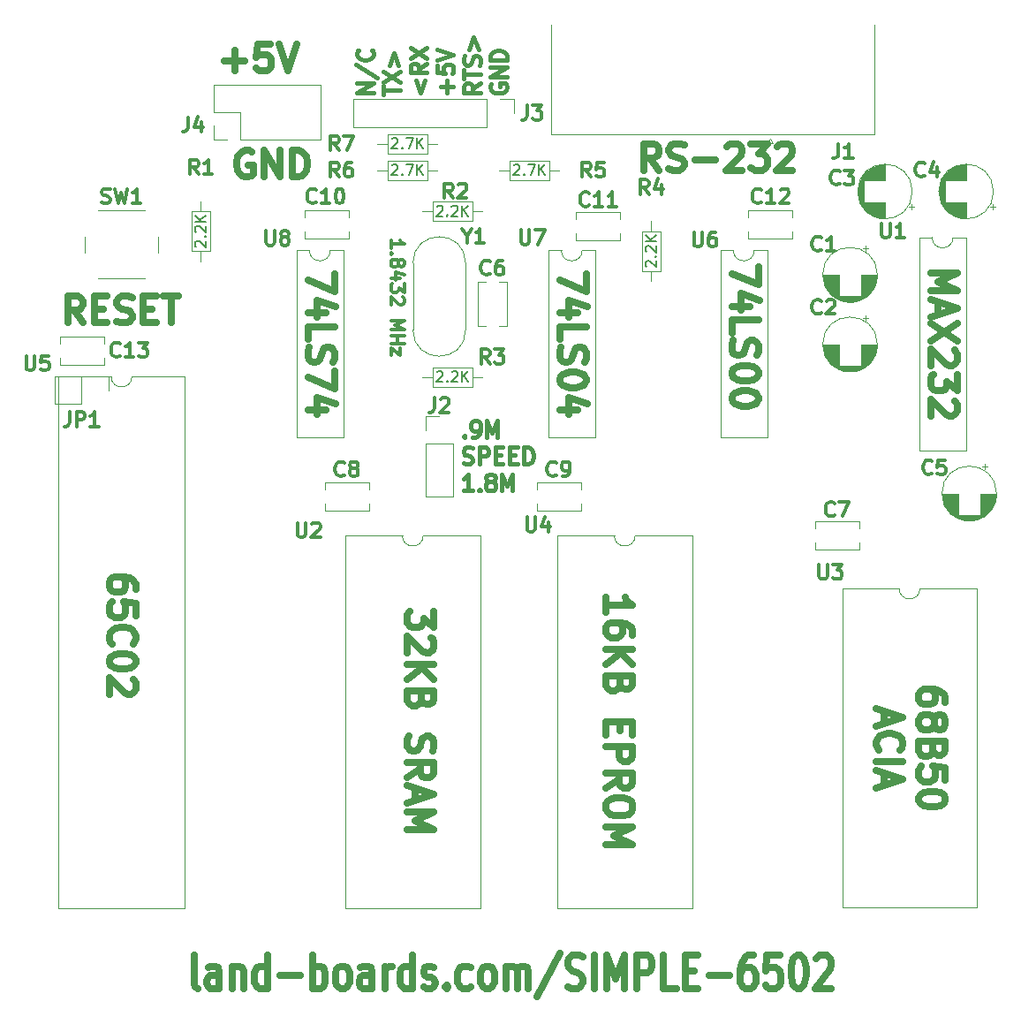
<source format=gto>
G04 #@! TF.GenerationSoftware,KiCad,Pcbnew,(6.0.1)*
G04 #@! TF.CreationDate,2022-09-11T12:04:35-04:00*
G04 #@! TF.ProjectId,SIMPLE-65C02,53494d50-4c45-42d3-9635-4330322e6b69,1*
G04 #@! TF.SameCoordinates,Original*
G04 #@! TF.FileFunction,Legend,Top*
G04 #@! TF.FilePolarity,Positive*
%FSLAX46Y46*%
G04 Gerber Fmt 4.6, Leading zero omitted, Abs format (unit mm)*
G04 Created by KiCad (PCBNEW (6.0.1)) date 2022-09-11 12:04:35*
%MOMM*%
%LPD*%
G01*
G04 APERTURE LIST*
%ADD10C,0.635000*%
%ADD11C,0.381000*%
%ADD12C,0.317500*%
%ADD13C,0.349250*%
%ADD14C,0.150000*%
%ADD15C,0.120000*%
G04 APERTURE END LIST*
D10*
X143630952Y-71392142D02*
X143630952Y-73085476D01*
X141090952Y-71996904D01*
X142784285Y-75141666D02*
X141090952Y-75141666D01*
X143751904Y-74536904D02*
X141937619Y-73932142D01*
X141937619Y-75504523D01*
X141090952Y-77681666D02*
X141090952Y-76472142D01*
X143630952Y-76472142D01*
X141211904Y-78407380D02*
X141090952Y-78770238D01*
X141090952Y-79375000D01*
X141211904Y-79616904D01*
X141332857Y-79737857D01*
X141574761Y-79858809D01*
X141816666Y-79858809D01*
X142058571Y-79737857D01*
X142179523Y-79616904D01*
X142300476Y-79375000D01*
X142421428Y-78891190D01*
X142542380Y-78649285D01*
X142663333Y-78528333D01*
X142905238Y-78407380D01*
X143147142Y-78407380D01*
X143389047Y-78528333D01*
X143510000Y-78649285D01*
X143630952Y-78891190D01*
X143630952Y-79495952D01*
X143510000Y-79858809D01*
X143630952Y-81431190D02*
X143630952Y-81673095D01*
X143510000Y-81915000D01*
X143389047Y-82035952D01*
X143147142Y-82156904D01*
X142663333Y-82277857D01*
X142058571Y-82277857D01*
X141574761Y-82156904D01*
X141332857Y-82035952D01*
X141211904Y-81915000D01*
X141090952Y-81673095D01*
X141090952Y-81431190D01*
X141211904Y-81189285D01*
X141332857Y-81068333D01*
X141574761Y-80947380D01*
X142058571Y-80826428D01*
X142663333Y-80826428D01*
X143147142Y-80947380D01*
X143389047Y-81068333D01*
X143510000Y-81189285D01*
X143630952Y-81431190D01*
X142784285Y-84455000D02*
X141090952Y-84455000D01*
X143751904Y-83850238D02*
X141937619Y-83245476D01*
X141937619Y-84817857D01*
X106407857Y-139866309D02*
X106165952Y-139715119D01*
X106045000Y-139412738D01*
X106045000Y-136691309D01*
X108464047Y-139866309D02*
X108464047Y-138203214D01*
X108343095Y-137900833D01*
X108101190Y-137749642D01*
X107617380Y-137749642D01*
X107375476Y-137900833D01*
X108464047Y-139715119D02*
X108222142Y-139866309D01*
X107617380Y-139866309D01*
X107375476Y-139715119D01*
X107254523Y-139412738D01*
X107254523Y-139110357D01*
X107375476Y-138807976D01*
X107617380Y-138656785D01*
X108222142Y-138656785D01*
X108464047Y-138505595D01*
X109673571Y-137749642D02*
X109673571Y-139866309D01*
X109673571Y-138052023D02*
X109794523Y-137900833D01*
X110036428Y-137749642D01*
X110399285Y-137749642D01*
X110641190Y-137900833D01*
X110762142Y-138203214D01*
X110762142Y-139866309D01*
X113060238Y-139866309D02*
X113060238Y-136691309D01*
X113060238Y-139715119D02*
X112818333Y-139866309D01*
X112334523Y-139866309D01*
X112092619Y-139715119D01*
X111971666Y-139563928D01*
X111850714Y-139261547D01*
X111850714Y-138354404D01*
X111971666Y-138052023D01*
X112092619Y-137900833D01*
X112334523Y-137749642D01*
X112818333Y-137749642D01*
X113060238Y-137900833D01*
X114269761Y-138656785D02*
X116205000Y-138656785D01*
X117414523Y-139866309D02*
X117414523Y-136691309D01*
X117414523Y-137900833D02*
X117656428Y-137749642D01*
X118140238Y-137749642D01*
X118382142Y-137900833D01*
X118503095Y-138052023D01*
X118624047Y-138354404D01*
X118624047Y-139261547D01*
X118503095Y-139563928D01*
X118382142Y-139715119D01*
X118140238Y-139866309D01*
X117656428Y-139866309D01*
X117414523Y-139715119D01*
X120075476Y-139866309D02*
X119833571Y-139715119D01*
X119712619Y-139563928D01*
X119591666Y-139261547D01*
X119591666Y-138354404D01*
X119712619Y-138052023D01*
X119833571Y-137900833D01*
X120075476Y-137749642D01*
X120438333Y-137749642D01*
X120680238Y-137900833D01*
X120801190Y-138052023D01*
X120922142Y-138354404D01*
X120922142Y-139261547D01*
X120801190Y-139563928D01*
X120680238Y-139715119D01*
X120438333Y-139866309D01*
X120075476Y-139866309D01*
X123099285Y-139866309D02*
X123099285Y-138203214D01*
X122978333Y-137900833D01*
X122736428Y-137749642D01*
X122252619Y-137749642D01*
X122010714Y-137900833D01*
X123099285Y-139715119D02*
X122857380Y-139866309D01*
X122252619Y-139866309D01*
X122010714Y-139715119D01*
X121889761Y-139412738D01*
X121889761Y-139110357D01*
X122010714Y-138807976D01*
X122252619Y-138656785D01*
X122857380Y-138656785D01*
X123099285Y-138505595D01*
X124308809Y-139866309D02*
X124308809Y-137749642D01*
X124308809Y-138354404D02*
X124429761Y-138052023D01*
X124550714Y-137900833D01*
X124792619Y-137749642D01*
X125034523Y-137749642D01*
X126969761Y-139866309D02*
X126969761Y-136691309D01*
X126969761Y-139715119D02*
X126727857Y-139866309D01*
X126244047Y-139866309D01*
X126002142Y-139715119D01*
X125881190Y-139563928D01*
X125760238Y-139261547D01*
X125760238Y-138354404D01*
X125881190Y-138052023D01*
X126002142Y-137900833D01*
X126244047Y-137749642D01*
X126727857Y-137749642D01*
X126969761Y-137900833D01*
X128058333Y-139715119D02*
X128300238Y-139866309D01*
X128784047Y-139866309D01*
X129025952Y-139715119D01*
X129146904Y-139412738D01*
X129146904Y-139261547D01*
X129025952Y-138959166D01*
X128784047Y-138807976D01*
X128421190Y-138807976D01*
X128179285Y-138656785D01*
X128058333Y-138354404D01*
X128058333Y-138203214D01*
X128179285Y-137900833D01*
X128421190Y-137749642D01*
X128784047Y-137749642D01*
X129025952Y-137900833D01*
X130235476Y-139563928D02*
X130356428Y-139715119D01*
X130235476Y-139866309D01*
X130114523Y-139715119D01*
X130235476Y-139563928D01*
X130235476Y-139866309D01*
X132533571Y-139715119D02*
X132291666Y-139866309D01*
X131807857Y-139866309D01*
X131565952Y-139715119D01*
X131445000Y-139563928D01*
X131324047Y-139261547D01*
X131324047Y-138354404D01*
X131445000Y-138052023D01*
X131565952Y-137900833D01*
X131807857Y-137749642D01*
X132291666Y-137749642D01*
X132533571Y-137900833D01*
X133985000Y-139866309D02*
X133743095Y-139715119D01*
X133622142Y-139563928D01*
X133501190Y-139261547D01*
X133501190Y-138354404D01*
X133622142Y-138052023D01*
X133743095Y-137900833D01*
X133985000Y-137749642D01*
X134347857Y-137749642D01*
X134589761Y-137900833D01*
X134710714Y-138052023D01*
X134831666Y-138354404D01*
X134831666Y-139261547D01*
X134710714Y-139563928D01*
X134589761Y-139715119D01*
X134347857Y-139866309D01*
X133985000Y-139866309D01*
X135920238Y-139866309D02*
X135920238Y-137749642D01*
X135920238Y-138052023D02*
X136041190Y-137900833D01*
X136283095Y-137749642D01*
X136645952Y-137749642D01*
X136887857Y-137900833D01*
X137008809Y-138203214D01*
X137008809Y-139866309D01*
X137008809Y-138203214D02*
X137129761Y-137900833D01*
X137371666Y-137749642D01*
X137734523Y-137749642D01*
X137976428Y-137900833D01*
X138097380Y-138203214D01*
X138097380Y-139866309D01*
X141121190Y-136540119D02*
X138944047Y-140622261D01*
X141846904Y-139715119D02*
X142209761Y-139866309D01*
X142814523Y-139866309D01*
X143056428Y-139715119D01*
X143177380Y-139563928D01*
X143298333Y-139261547D01*
X143298333Y-138959166D01*
X143177380Y-138656785D01*
X143056428Y-138505595D01*
X142814523Y-138354404D01*
X142330714Y-138203214D01*
X142088809Y-138052023D01*
X141967857Y-137900833D01*
X141846904Y-137598452D01*
X141846904Y-137296071D01*
X141967857Y-136993690D01*
X142088809Y-136842500D01*
X142330714Y-136691309D01*
X142935476Y-136691309D01*
X143298333Y-136842500D01*
X144386904Y-139866309D02*
X144386904Y-136691309D01*
X145596428Y-139866309D02*
X145596428Y-136691309D01*
X146443095Y-138959166D01*
X147289761Y-136691309D01*
X147289761Y-139866309D01*
X148499285Y-139866309D02*
X148499285Y-136691309D01*
X149466904Y-136691309D01*
X149708809Y-136842500D01*
X149829761Y-136993690D01*
X149950714Y-137296071D01*
X149950714Y-137749642D01*
X149829761Y-138052023D01*
X149708809Y-138203214D01*
X149466904Y-138354404D01*
X148499285Y-138354404D01*
X152248809Y-139866309D02*
X151039285Y-139866309D01*
X151039285Y-136691309D01*
X153095476Y-138203214D02*
X153942142Y-138203214D01*
X154305000Y-139866309D02*
X153095476Y-139866309D01*
X153095476Y-136691309D01*
X154305000Y-136691309D01*
X155393571Y-138656785D02*
X157328809Y-138656785D01*
X159626904Y-136691309D02*
X159143095Y-136691309D01*
X158901190Y-136842500D01*
X158780238Y-136993690D01*
X158538333Y-137447261D01*
X158417380Y-138052023D01*
X158417380Y-139261547D01*
X158538333Y-139563928D01*
X158659285Y-139715119D01*
X158901190Y-139866309D01*
X159385000Y-139866309D01*
X159626904Y-139715119D01*
X159747857Y-139563928D01*
X159868809Y-139261547D01*
X159868809Y-138505595D01*
X159747857Y-138203214D01*
X159626904Y-138052023D01*
X159385000Y-137900833D01*
X158901190Y-137900833D01*
X158659285Y-138052023D01*
X158538333Y-138203214D01*
X158417380Y-138505595D01*
X162166904Y-136691309D02*
X160957380Y-136691309D01*
X160836428Y-138203214D01*
X160957380Y-138052023D01*
X161199285Y-137900833D01*
X161804047Y-137900833D01*
X162045952Y-138052023D01*
X162166904Y-138203214D01*
X162287857Y-138505595D01*
X162287857Y-139261547D01*
X162166904Y-139563928D01*
X162045952Y-139715119D01*
X161804047Y-139866309D01*
X161199285Y-139866309D01*
X160957380Y-139715119D01*
X160836428Y-139563928D01*
X163860238Y-136691309D02*
X164102142Y-136691309D01*
X164344047Y-136842500D01*
X164465000Y-136993690D01*
X164585952Y-137296071D01*
X164706904Y-137900833D01*
X164706904Y-138656785D01*
X164585952Y-139261547D01*
X164465000Y-139563928D01*
X164344047Y-139715119D01*
X164102142Y-139866309D01*
X163860238Y-139866309D01*
X163618333Y-139715119D01*
X163497380Y-139563928D01*
X163376428Y-139261547D01*
X163255476Y-138656785D01*
X163255476Y-137900833D01*
X163376428Y-137296071D01*
X163497380Y-136993690D01*
X163618333Y-136842500D01*
X163860238Y-136691309D01*
X165674523Y-136993690D02*
X165795476Y-136842500D01*
X166037380Y-136691309D01*
X166642142Y-136691309D01*
X166884047Y-136842500D01*
X167005000Y-136993690D01*
X167125952Y-137296071D01*
X167125952Y-137598452D01*
X167005000Y-138052023D01*
X165553571Y-139866309D01*
X167125952Y-139866309D01*
X119500952Y-71392142D02*
X119500952Y-73085476D01*
X116960952Y-71996904D01*
X118654285Y-75141666D02*
X116960952Y-75141666D01*
X119621904Y-74536904D02*
X117807619Y-73932142D01*
X117807619Y-75504523D01*
X116960952Y-77681666D02*
X116960952Y-76472142D01*
X119500952Y-76472142D01*
X117081904Y-78407380D02*
X116960952Y-78770238D01*
X116960952Y-79375000D01*
X117081904Y-79616904D01*
X117202857Y-79737857D01*
X117444761Y-79858809D01*
X117686666Y-79858809D01*
X117928571Y-79737857D01*
X118049523Y-79616904D01*
X118170476Y-79375000D01*
X118291428Y-78891190D01*
X118412380Y-78649285D01*
X118533333Y-78528333D01*
X118775238Y-78407380D01*
X119017142Y-78407380D01*
X119259047Y-78528333D01*
X119380000Y-78649285D01*
X119500952Y-78891190D01*
X119500952Y-79495952D01*
X119380000Y-79858809D01*
X119500952Y-80705476D02*
X119500952Y-82398809D01*
X116960952Y-81310238D01*
X118654285Y-84455000D02*
X116960952Y-84455000D01*
X119621904Y-83850238D02*
X117807619Y-83245476D01*
X117807619Y-84817857D01*
X129025952Y-103716666D02*
X129025952Y-105289047D01*
X128058333Y-104442380D01*
X128058333Y-104805238D01*
X127937380Y-105047142D01*
X127816428Y-105168095D01*
X127574523Y-105289047D01*
X126969761Y-105289047D01*
X126727857Y-105168095D01*
X126606904Y-105047142D01*
X126485952Y-104805238D01*
X126485952Y-104079523D01*
X126606904Y-103837619D01*
X126727857Y-103716666D01*
X128784047Y-106256666D02*
X128905000Y-106377619D01*
X129025952Y-106619523D01*
X129025952Y-107224285D01*
X128905000Y-107466190D01*
X128784047Y-107587142D01*
X128542142Y-107708095D01*
X128300238Y-107708095D01*
X127937380Y-107587142D01*
X126485952Y-106135714D01*
X126485952Y-107708095D01*
X126485952Y-108796666D02*
X129025952Y-108796666D01*
X126485952Y-110248095D02*
X127937380Y-109159523D01*
X129025952Y-110248095D02*
X127574523Y-108796666D01*
X127816428Y-112183333D02*
X127695476Y-112546190D01*
X127574523Y-112667142D01*
X127332619Y-112788095D01*
X126969761Y-112788095D01*
X126727857Y-112667142D01*
X126606904Y-112546190D01*
X126485952Y-112304285D01*
X126485952Y-111336666D01*
X129025952Y-111336666D01*
X129025952Y-112183333D01*
X128905000Y-112425238D01*
X128784047Y-112546190D01*
X128542142Y-112667142D01*
X128300238Y-112667142D01*
X128058333Y-112546190D01*
X127937380Y-112425238D01*
X127816428Y-112183333D01*
X127816428Y-111336666D01*
X126606904Y-115690952D02*
X126485952Y-116053809D01*
X126485952Y-116658571D01*
X126606904Y-116900476D01*
X126727857Y-117021428D01*
X126969761Y-117142380D01*
X127211666Y-117142380D01*
X127453571Y-117021428D01*
X127574523Y-116900476D01*
X127695476Y-116658571D01*
X127816428Y-116174761D01*
X127937380Y-115932857D01*
X128058333Y-115811904D01*
X128300238Y-115690952D01*
X128542142Y-115690952D01*
X128784047Y-115811904D01*
X128905000Y-115932857D01*
X129025952Y-116174761D01*
X129025952Y-116779523D01*
X128905000Y-117142380D01*
X126485952Y-119682380D02*
X127695476Y-118835714D01*
X126485952Y-118230952D02*
X129025952Y-118230952D01*
X129025952Y-119198571D01*
X128905000Y-119440476D01*
X128784047Y-119561428D01*
X128542142Y-119682380D01*
X128179285Y-119682380D01*
X127937380Y-119561428D01*
X127816428Y-119440476D01*
X127695476Y-119198571D01*
X127695476Y-118230952D01*
X127211666Y-120650000D02*
X127211666Y-121859523D01*
X126485952Y-120408095D02*
X129025952Y-121254761D01*
X126485952Y-122101428D01*
X126485952Y-122948095D02*
X129025952Y-122948095D01*
X127211666Y-123794761D01*
X129025952Y-124641428D01*
X126485952Y-124641428D01*
D11*
X131928507Y-86911089D02*
X132001078Y-86986684D01*
X131928507Y-87062279D01*
X131855935Y-86986684D01*
X131928507Y-86911089D01*
X131928507Y-87062279D01*
X132726792Y-87062279D02*
X133017078Y-87062279D01*
X133162221Y-86986684D01*
X133234792Y-86911089D01*
X133379935Y-86684303D01*
X133452507Y-86381922D01*
X133452507Y-85777160D01*
X133379935Y-85625970D01*
X133307364Y-85550375D01*
X133162221Y-85474779D01*
X132871935Y-85474779D01*
X132726792Y-85550375D01*
X132654221Y-85625970D01*
X132581650Y-85777160D01*
X132581650Y-86155136D01*
X132654221Y-86306327D01*
X132726792Y-86381922D01*
X132871935Y-86457517D01*
X133162221Y-86457517D01*
X133307364Y-86381922D01*
X133379935Y-86306327D01*
X133452507Y-86155136D01*
X134105650Y-87062279D02*
X134105650Y-85474779D01*
X134613650Y-86608708D01*
X135121650Y-85474779D01*
X135121650Y-87062279D01*
X131855935Y-89542559D02*
X132073650Y-89618154D01*
X132436507Y-89618154D01*
X132581650Y-89542559D01*
X132654221Y-89466964D01*
X132726792Y-89315773D01*
X132726792Y-89164583D01*
X132654221Y-89013392D01*
X132581650Y-88937797D01*
X132436507Y-88862202D01*
X132146221Y-88786607D01*
X132001078Y-88711011D01*
X131928507Y-88635416D01*
X131855935Y-88484226D01*
X131855935Y-88333035D01*
X131928507Y-88181845D01*
X132001078Y-88106250D01*
X132146221Y-88030654D01*
X132509078Y-88030654D01*
X132726792Y-88106250D01*
X133379935Y-89618154D02*
X133379935Y-88030654D01*
X133960507Y-88030654D01*
X134105650Y-88106250D01*
X134178221Y-88181845D01*
X134250792Y-88333035D01*
X134250792Y-88559821D01*
X134178221Y-88711011D01*
X134105650Y-88786607D01*
X133960507Y-88862202D01*
X133379935Y-88862202D01*
X134903935Y-88786607D02*
X135411935Y-88786607D01*
X135629650Y-89618154D02*
X134903935Y-89618154D01*
X134903935Y-88030654D01*
X135629650Y-88030654D01*
X136282792Y-88786607D02*
X136790792Y-88786607D01*
X137008507Y-89618154D02*
X136282792Y-89618154D01*
X136282792Y-88030654D01*
X137008507Y-88030654D01*
X137661650Y-89618154D02*
X137661650Y-88030654D01*
X138024507Y-88030654D01*
X138242221Y-88106250D01*
X138387364Y-88257440D01*
X138459935Y-88408630D01*
X138532507Y-88711011D01*
X138532507Y-88937797D01*
X138459935Y-89240178D01*
X138387364Y-89391369D01*
X138242221Y-89542559D01*
X138024507Y-89618154D01*
X137661650Y-89618154D01*
X132726792Y-92174029D02*
X131855935Y-92174029D01*
X132291364Y-92174029D02*
X132291364Y-90586529D01*
X132146221Y-90813315D01*
X132001078Y-90964505D01*
X131855935Y-91040101D01*
X133379935Y-92022839D02*
X133452507Y-92098434D01*
X133379935Y-92174029D01*
X133307364Y-92098434D01*
X133379935Y-92022839D01*
X133379935Y-92174029D01*
X134323364Y-91266886D02*
X134178221Y-91191291D01*
X134105650Y-91115696D01*
X134033078Y-90964505D01*
X134033078Y-90888910D01*
X134105650Y-90737720D01*
X134178221Y-90662125D01*
X134323364Y-90586529D01*
X134613650Y-90586529D01*
X134758792Y-90662125D01*
X134831364Y-90737720D01*
X134903935Y-90888910D01*
X134903935Y-90964505D01*
X134831364Y-91115696D01*
X134758792Y-91191291D01*
X134613650Y-91266886D01*
X134323364Y-91266886D01*
X134178221Y-91342482D01*
X134105650Y-91418077D01*
X134033078Y-91569267D01*
X134033078Y-91871648D01*
X134105650Y-92022839D01*
X134178221Y-92098434D01*
X134323364Y-92174029D01*
X134613650Y-92174029D01*
X134758792Y-92098434D01*
X134831364Y-92022839D01*
X134903935Y-91871648D01*
X134903935Y-91569267D01*
X134831364Y-91418077D01*
X134758792Y-91342482D01*
X134613650Y-91266886D01*
X135557078Y-92174029D02*
X135557078Y-90586529D01*
X136065078Y-91720458D01*
X136573078Y-90586529D01*
X136573078Y-92174029D01*
D12*
X124901476Y-68912619D02*
X124901476Y-68186904D01*
X124901476Y-68549761D02*
X126171476Y-68549761D01*
X125990047Y-68428809D01*
X125869095Y-68307857D01*
X125808619Y-68186904D01*
X125022428Y-69456904D02*
X124961952Y-69517380D01*
X124901476Y-69456904D01*
X124961952Y-69396428D01*
X125022428Y-69456904D01*
X124901476Y-69456904D01*
X125627190Y-70243095D02*
X125687666Y-70122142D01*
X125748142Y-70061666D01*
X125869095Y-70001190D01*
X125929571Y-70001190D01*
X126050523Y-70061666D01*
X126111000Y-70122142D01*
X126171476Y-70243095D01*
X126171476Y-70485000D01*
X126111000Y-70605952D01*
X126050523Y-70666428D01*
X125929571Y-70726904D01*
X125869095Y-70726904D01*
X125748142Y-70666428D01*
X125687666Y-70605952D01*
X125627190Y-70485000D01*
X125627190Y-70243095D01*
X125566714Y-70122142D01*
X125506238Y-70061666D01*
X125385285Y-70001190D01*
X125143380Y-70001190D01*
X125022428Y-70061666D01*
X124961952Y-70122142D01*
X124901476Y-70243095D01*
X124901476Y-70485000D01*
X124961952Y-70605952D01*
X125022428Y-70666428D01*
X125143380Y-70726904D01*
X125385285Y-70726904D01*
X125506238Y-70666428D01*
X125566714Y-70605952D01*
X125627190Y-70485000D01*
X125748142Y-71815476D02*
X124901476Y-71815476D01*
X126231952Y-71513095D02*
X125324809Y-71210714D01*
X125324809Y-71996904D01*
X126171476Y-72359761D02*
X126171476Y-73145952D01*
X125687666Y-72722619D01*
X125687666Y-72904047D01*
X125627190Y-73025000D01*
X125566714Y-73085476D01*
X125445761Y-73145952D01*
X125143380Y-73145952D01*
X125022428Y-73085476D01*
X124961952Y-73025000D01*
X124901476Y-72904047D01*
X124901476Y-72541190D01*
X124961952Y-72420238D01*
X125022428Y-72359761D01*
X126050523Y-73629761D02*
X126111000Y-73690238D01*
X126171476Y-73811190D01*
X126171476Y-74113571D01*
X126111000Y-74234523D01*
X126050523Y-74295000D01*
X125929571Y-74355476D01*
X125808619Y-74355476D01*
X125627190Y-74295000D01*
X124901476Y-73569285D01*
X124901476Y-74355476D01*
X124901476Y-75867380D02*
X126171476Y-75867380D01*
X125264333Y-76290714D01*
X126171476Y-76714047D01*
X124901476Y-76714047D01*
X124901476Y-77318809D02*
X126171476Y-77318809D01*
X125566714Y-77318809D02*
X125566714Y-78044523D01*
X124901476Y-78044523D02*
X126171476Y-78044523D01*
X125748142Y-78528333D02*
X125748142Y-79193571D01*
X124901476Y-78528333D01*
X124901476Y-79193571D01*
D10*
X150585714Y-61474047D02*
X149739047Y-60264523D01*
X149134285Y-61474047D02*
X149134285Y-58934047D01*
X150101904Y-58934047D01*
X150343809Y-59055000D01*
X150464761Y-59175952D01*
X150585714Y-59417857D01*
X150585714Y-59780714D01*
X150464761Y-60022619D01*
X150343809Y-60143571D01*
X150101904Y-60264523D01*
X149134285Y-60264523D01*
X151553333Y-61353095D02*
X151916190Y-61474047D01*
X152520952Y-61474047D01*
X152762857Y-61353095D01*
X152883809Y-61232142D01*
X153004761Y-60990238D01*
X153004761Y-60748333D01*
X152883809Y-60506428D01*
X152762857Y-60385476D01*
X152520952Y-60264523D01*
X152037142Y-60143571D01*
X151795238Y-60022619D01*
X151674285Y-59901666D01*
X151553333Y-59659761D01*
X151553333Y-59417857D01*
X151674285Y-59175952D01*
X151795238Y-59055000D01*
X152037142Y-58934047D01*
X152641904Y-58934047D01*
X153004761Y-59055000D01*
X154093333Y-60506428D02*
X156028571Y-60506428D01*
X157117142Y-59175952D02*
X157238095Y-59055000D01*
X157480000Y-58934047D01*
X158084761Y-58934047D01*
X158326666Y-59055000D01*
X158447619Y-59175952D01*
X158568571Y-59417857D01*
X158568571Y-59659761D01*
X158447619Y-60022619D01*
X156996190Y-61474047D01*
X158568571Y-61474047D01*
X159415238Y-58934047D02*
X160987619Y-58934047D01*
X160140952Y-59901666D01*
X160503809Y-59901666D01*
X160745714Y-60022619D01*
X160866666Y-60143571D01*
X160987619Y-60385476D01*
X160987619Y-60990238D01*
X160866666Y-61232142D01*
X160745714Y-61353095D01*
X160503809Y-61474047D01*
X159778095Y-61474047D01*
X159536190Y-61353095D01*
X159415238Y-61232142D01*
X161955238Y-59175952D02*
X162076190Y-59055000D01*
X162318095Y-58934047D01*
X162922857Y-58934047D01*
X163164761Y-59055000D01*
X163285714Y-59175952D01*
X163406666Y-59417857D01*
X163406666Y-59659761D01*
X163285714Y-60022619D01*
X161834285Y-61474047D01*
X163406666Y-61474047D01*
X111567988Y-59690000D02*
X111326083Y-59569047D01*
X110963226Y-59569047D01*
X110600369Y-59690000D01*
X110358464Y-59931904D01*
X110237511Y-60173809D01*
X110116559Y-60657619D01*
X110116559Y-61020476D01*
X110237511Y-61504285D01*
X110358464Y-61746190D01*
X110600369Y-61988095D01*
X110963226Y-62109047D01*
X111205130Y-62109047D01*
X111567988Y-61988095D01*
X111688940Y-61867142D01*
X111688940Y-61020476D01*
X111205130Y-61020476D01*
X112777511Y-62109047D02*
X112777511Y-59569047D01*
X114228940Y-62109047D01*
X114228940Y-59569047D01*
X115438464Y-62109047D02*
X115438464Y-59569047D01*
X116043226Y-59569047D01*
X116406083Y-59690000D01*
X116647988Y-59931904D01*
X116768940Y-60173809D01*
X116889892Y-60657619D01*
X116889892Y-61020476D01*
X116768940Y-61504285D01*
X116647988Y-61746190D01*
X116406083Y-61988095D01*
X116043226Y-62109047D01*
X115438464Y-62109047D01*
X145535952Y-103837619D02*
X145535952Y-102386190D01*
X145535952Y-103111904D02*
X148075952Y-103111904D01*
X147713095Y-102870000D01*
X147471190Y-102628095D01*
X147350238Y-102386190D01*
X148075952Y-106014761D02*
X148075952Y-105530952D01*
X147955000Y-105289047D01*
X147834047Y-105168095D01*
X147471190Y-104926190D01*
X146987380Y-104805238D01*
X146019761Y-104805238D01*
X145777857Y-104926190D01*
X145656904Y-105047142D01*
X145535952Y-105289047D01*
X145535952Y-105772857D01*
X145656904Y-106014761D01*
X145777857Y-106135714D01*
X146019761Y-106256666D01*
X146624523Y-106256666D01*
X146866428Y-106135714D01*
X146987380Y-106014761D01*
X147108333Y-105772857D01*
X147108333Y-105289047D01*
X146987380Y-105047142D01*
X146866428Y-104926190D01*
X146624523Y-104805238D01*
X145535952Y-107345238D02*
X148075952Y-107345238D01*
X145535952Y-108796666D02*
X146987380Y-107708095D01*
X148075952Y-108796666D02*
X146624523Y-107345238D01*
X146866428Y-110731904D02*
X146745476Y-111094761D01*
X146624523Y-111215714D01*
X146382619Y-111336666D01*
X146019761Y-111336666D01*
X145777857Y-111215714D01*
X145656904Y-111094761D01*
X145535952Y-110852857D01*
X145535952Y-109885238D01*
X148075952Y-109885238D01*
X148075952Y-110731904D01*
X147955000Y-110973809D01*
X147834047Y-111094761D01*
X147592142Y-111215714D01*
X147350238Y-111215714D01*
X147108333Y-111094761D01*
X146987380Y-110973809D01*
X146866428Y-110731904D01*
X146866428Y-109885238D01*
X146866428Y-114360476D02*
X146866428Y-115207142D01*
X145535952Y-115570000D02*
X145535952Y-114360476D01*
X148075952Y-114360476D01*
X148075952Y-115570000D01*
X145535952Y-116658571D02*
X148075952Y-116658571D01*
X148075952Y-117626190D01*
X147955000Y-117868095D01*
X147834047Y-117989047D01*
X147592142Y-118110000D01*
X147229285Y-118110000D01*
X146987380Y-117989047D01*
X146866428Y-117868095D01*
X146745476Y-117626190D01*
X146745476Y-116658571D01*
X145535952Y-120650000D02*
X146745476Y-119803333D01*
X145535952Y-119198571D02*
X148075952Y-119198571D01*
X148075952Y-120166190D01*
X147955000Y-120408095D01*
X147834047Y-120529047D01*
X147592142Y-120650000D01*
X147229285Y-120650000D01*
X146987380Y-120529047D01*
X146866428Y-120408095D01*
X146745476Y-120166190D01*
X146745476Y-119198571D01*
X148075952Y-122222380D02*
X148075952Y-122706190D01*
X147955000Y-122948095D01*
X147713095Y-123190000D01*
X147229285Y-123310952D01*
X146382619Y-123310952D01*
X145898809Y-123190000D01*
X145656904Y-122948095D01*
X145535952Y-122706190D01*
X145535952Y-122222380D01*
X145656904Y-121980476D01*
X145898809Y-121738571D01*
X146382619Y-121617619D01*
X147229285Y-121617619D01*
X147713095Y-121738571D01*
X147955000Y-121980476D01*
X148075952Y-122222380D01*
X145535952Y-124399523D02*
X148075952Y-124399523D01*
X146261666Y-125246190D01*
X148075952Y-126092857D01*
X145535952Y-126092857D01*
X176650952Y-71331666D02*
X179190952Y-71331666D01*
X177376666Y-72178333D01*
X179190952Y-73025000D01*
X176650952Y-73025000D01*
X177376666Y-74113571D02*
X177376666Y-75323095D01*
X176650952Y-73871666D02*
X179190952Y-74718333D01*
X176650952Y-75565000D01*
X179190952Y-76169761D02*
X176650952Y-77863095D01*
X179190952Y-77863095D02*
X176650952Y-76169761D01*
X178949047Y-78709761D02*
X179070000Y-78830714D01*
X179190952Y-79072619D01*
X179190952Y-79677380D01*
X179070000Y-79919285D01*
X178949047Y-80040238D01*
X178707142Y-80161190D01*
X178465238Y-80161190D01*
X178102380Y-80040238D01*
X176650952Y-78588809D01*
X176650952Y-80161190D01*
X179190952Y-81007857D02*
X179190952Y-82580238D01*
X178223333Y-81733571D01*
X178223333Y-82096428D01*
X178102380Y-82338333D01*
X177981428Y-82459285D01*
X177739523Y-82580238D01*
X177134761Y-82580238D01*
X176892857Y-82459285D01*
X176771904Y-82338333D01*
X176650952Y-82096428D01*
X176650952Y-81370714D01*
X176771904Y-81128809D01*
X176892857Y-81007857D01*
X178949047Y-83547857D02*
X179070000Y-83668809D01*
X179190952Y-83910714D01*
X179190952Y-84515476D01*
X179070000Y-84757380D01*
X178949047Y-84878333D01*
X178707142Y-84999285D01*
X178465238Y-84999285D01*
X178102380Y-84878333D01*
X176650952Y-83426904D01*
X176650952Y-84999285D01*
X108967511Y-50981428D02*
X110902750Y-50981428D01*
X109935130Y-51949047D02*
X109935130Y-50013809D01*
X113321797Y-49409047D02*
X112112273Y-49409047D01*
X111991321Y-50618571D01*
X112112273Y-50497619D01*
X112354178Y-50376666D01*
X112958940Y-50376666D01*
X113200845Y-50497619D01*
X113321797Y-50618571D01*
X113442750Y-50860476D01*
X113442750Y-51465238D01*
X113321797Y-51707142D01*
X113200845Y-51828095D01*
X112958940Y-51949047D01*
X112354178Y-51949047D01*
X112112273Y-51828095D01*
X111991321Y-51707142D01*
X114168464Y-49409047D02*
X115015130Y-51949047D01*
X115861797Y-49409047D01*
X178060652Y-112425238D02*
X178060652Y-111941428D01*
X177939700Y-111699523D01*
X177818747Y-111578571D01*
X177455890Y-111336666D01*
X176972080Y-111215714D01*
X176004461Y-111215714D01*
X175762557Y-111336666D01*
X175641604Y-111457619D01*
X175520652Y-111699523D01*
X175520652Y-112183333D01*
X175641604Y-112425238D01*
X175762557Y-112546190D01*
X176004461Y-112667142D01*
X176609223Y-112667142D01*
X176851128Y-112546190D01*
X176972080Y-112425238D01*
X177093033Y-112183333D01*
X177093033Y-111699523D01*
X176972080Y-111457619D01*
X176851128Y-111336666D01*
X176609223Y-111215714D01*
X176972080Y-114118571D02*
X177093033Y-113876666D01*
X177213985Y-113755714D01*
X177455890Y-113634761D01*
X177576842Y-113634761D01*
X177818747Y-113755714D01*
X177939700Y-113876666D01*
X178060652Y-114118571D01*
X178060652Y-114602380D01*
X177939700Y-114844285D01*
X177818747Y-114965238D01*
X177576842Y-115086190D01*
X177455890Y-115086190D01*
X177213985Y-114965238D01*
X177093033Y-114844285D01*
X176972080Y-114602380D01*
X176972080Y-114118571D01*
X176851128Y-113876666D01*
X176730176Y-113755714D01*
X176488271Y-113634761D01*
X176004461Y-113634761D01*
X175762557Y-113755714D01*
X175641604Y-113876666D01*
X175520652Y-114118571D01*
X175520652Y-114602380D01*
X175641604Y-114844285D01*
X175762557Y-114965238D01*
X176004461Y-115086190D01*
X176488271Y-115086190D01*
X176730176Y-114965238D01*
X176851128Y-114844285D01*
X176972080Y-114602380D01*
X176851128Y-117021428D02*
X176730176Y-117384285D01*
X176609223Y-117505238D01*
X176367319Y-117626190D01*
X176004461Y-117626190D01*
X175762557Y-117505238D01*
X175641604Y-117384285D01*
X175520652Y-117142380D01*
X175520652Y-116174761D01*
X178060652Y-116174761D01*
X178060652Y-117021428D01*
X177939700Y-117263333D01*
X177818747Y-117384285D01*
X177576842Y-117505238D01*
X177334938Y-117505238D01*
X177093033Y-117384285D01*
X176972080Y-117263333D01*
X176851128Y-117021428D01*
X176851128Y-116174761D01*
X178060652Y-119924285D02*
X178060652Y-118714761D01*
X176851128Y-118593809D01*
X176972080Y-118714761D01*
X177093033Y-118956666D01*
X177093033Y-119561428D01*
X176972080Y-119803333D01*
X176851128Y-119924285D01*
X176609223Y-120045238D01*
X176004461Y-120045238D01*
X175762557Y-119924285D01*
X175641604Y-119803333D01*
X175520652Y-119561428D01*
X175520652Y-118956666D01*
X175641604Y-118714761D01*
X175762557Y-118593809D01*
X178060652Y-121617619D02*
X178060652Y-121859523D01*
X177939700Y-122101428D01*
X177818747Y-122222380D01*
X177576842Y-122343333D01*
X177093033Y-122464285D01*
X176488271Y-122464285D01*
X176004461Y-122343333D01*
X175762557Y-122222380D01*
X175641604Y-122101428D01*
X175520652Y-121859523D01*
X175520652Y-121617619D01*
X175641604Y-121375714D01*
X175762557Y-121254761D01*
X176004461Y-121133809D01*
X176488271Y-121012857D01*
X177093033Y-121012857D01*
X177576842Y-121133809D01*
X177818747Y-121254761D01*
X177939700Y-121375714D01*
X178060652Y-121617619D01*
X172156966Y-113271904D02*
X172156966Y-114481428D01*
X171431252Y-113030000D02*
X173971252Y-113876666D01*
X171431252Y-114723333D01*
X171673157Y-117021428D02*
X171552204Y-116900476D01*
X171431252Y-116537619D01*
X171431252Y-116295714D01*
X171552204Y-115932857D01*
X171794109Y-115690952D01*
X172036014Y-115570000D01*
X172519823Y-115449047D01*
X172882680Y-115449047D01*
X173366490Y-115570000D01*
X173608395Y-115690952D01*
X173850300Y-115932857D01*
X173971252Y-116295714D01*
X173971252Y-116537619D01*
X173850300Y-116900476D01*
X173729347Y-117021428D01*
X171431252Y-118110000D02*
X173971252Y-118110000D01*
X172156966Y-119198571D02*
X172156966Y-120408095D01*
X171431252Y-118956666D02*
X173971252Y-119803333D01*
X171431252Y-120650000D01*
X100450952Y-101630238D02*
X100450952Y-101146428D01*
X100330000Y-100904523D01*
X100209047Y-100783571D01*
X99846190Y-100541666D01*
X99362380Y-100420714D01*
X98394761Y-100420714D01*
X98152857Y-100541666D01*
X98031904Y-100662619D01*
X97910952Y-100904523D01*
X97910952Y-101388333D01*
X98031904Y-101630238D01*
X98152857Y-101751190D01*
X98394761Y-101872142D01*
X98999523Y-101872142D01*
X99241428Y-101751190D01*
X99362380Y-101630238D01*
X99483333Y-101388333D01*
X99483333Y-100904523D01*
X99362380Y-100662619D01*
X99241428Y-100541666D01*
X98999523Y-100420714D01*
X100450952Y-104170238D02*
X100450952Y-102960714D01*
X99241428Y-102839761D01*
X99362380Y-102960714D01*
X99483333Y-103202619D01*
X99483333Y-103807380D01*
X99362380Y-104049285D01*
X99241428Y-104170238D01*
X98999523Y-104291190D01*
X98394761Y-104291190D01*
X98152857Y-104170238D01*
X98031904Y-104049285D01*
X97910952Y-103807380D01*
X97910952Y-103202619D01*
X98031904Y-102960714D01*
X98152857Y-102839761D01*
X98152857Y-106831190D02*
X98031904Y-106710238D01*
X97910952Y-106347380D01*
X97910952Y-106105476D01*
X98031904Y-105742619D01*
X98273809Y-105500714D01*
X98515714Y-105379761D01*
X98999523Y-105258809D01*
X99362380Y-105258809D01*
X99846190Y-105379761D01*
X100088095Y-105500714D01*
X100330000Y-105742619D01*
X100450952Y-106105476D01*
X100450952Y-106347380D01*
X100330000Y-106710238D01*
X100209047Y-106831190D01*
X100450952Y-108403571D02*
X100450952Y-108645476D01*
X100330000Y-108887380D01*
X100209047Y-109008333D01*
X99967142Y-109129285D01*
X99483333Y-109250238D01*
X98878571Y-109250238D01*
X98394761Y-109129285D01*
X98152857Y-109008333D01*
X98031904Y-108887380D01*
X97910952Y-108645476D01*
X97910952Y-108403571D01*
X98031904Y-108161666D01*
X98152857Y-108040714D01*
X98394761Y-107919761D01*
X98878571Y-107798809D01*
X99483333Y-107798809D01*
X99967142Y-107919761D01*
X100209047Y-108040714D01*
X100330000Y-108161666D01*
X100450952Y-108403571D01*
X100209047Y-110217857D02*
X100330000Y-110338809D01*
X100450952Y-110580714D01*
X100450952Y-111185476D01*
X100330000Y-111427380D01*
X100209047Y-111548333D01*
X99967142Y-111669285D01*
X99725238Y-111669285D01*
X99362380Y-111548333D01*
X97910952Y-110096904D01*
X97910952Y-111669285D01*
D11*
X123233467Y-53999492D02*
X121645967Y-53999492D01*
X123233467Y-53128635D01*
X121645967Y-53128635D01*
X121570372Y-51314350D02*
X123611443Y-52620635D01*
X123082277Y-49935492D02*
X123157872Y-50008064D01*
X123233467Y-50225778D01*
X123233467Y-50370921D01*
X123157872Y-50588635D01*
X123006682Y-50733778D01*
X122855491Y-50806350D01*
X122553110Y-50878921D01*
X122326324Y-50878921D01*
X122023943Y-50806350D01*
X121872753Y-50733778D01*
X121721563Y-50588635D01*
X121645967Y-50370921D01*
X121645967Y-50225778D01*
X121721563Y-50008064D01*
X121797158Y-49935492D01*
X124201842Y-54217207D02*
X124201842Y-53346350D01*
X125789342Y-53781778D02*
X124201842Y-53781778D01*
X124201842Y-52983492D02*
X125789342Y-51967492D01*
X124201842Y-51967492D02*
X125789342Y-52983492D01*
X124731009Y-51386921D02*
X125184580Y-50225778D01*
X125638152Y-51386921D01*
X127286884Y-52838350D02*
X127740455Y-53999492D01*
X128194027Y-52838350D01*
X128345217Y-51241778D02*
X127589265Y-51749778D01*
X128345217Y-52112635D02*
X126757717Y-52112635D01*
X126757717Y-51532064D01*
X126833313Y-51386921D01*
X126908908Y-51314350D01*
X127060098Y-51241778D01*
X127286884Y-51241778D01*
X127438074Y-51314350D01*
X127513670Y-51386921D01*
X127589265Y-51532064D01*
X127589265Y-52112635D01*
X126757717Y-50733778D02*
X128345217Y-49717778D01*
X126757717Y-49717778D02*
X128345217Y-50733778D01*
X130296330Y-53999492D02*
X130296330Y-52838350D01*
X130901092Y-53418921D02*
X129691568Y-53418921D01*
X129313592Y-51386921D02*
X129313592Y-52112635D01*
X130069545Y-52185207D01*
X129993949Y-52112635D01*
X129918354Y-51967492D01*
X129918354Y-51604635D01*
X129993949Y-51459492D01*
X130069545Y-51386921D01*
X130220735Y-51314350D01*
X130598711Y-51314350D01*
X130749902Y-51386921D01*
X130825497Y-51459492D01*
X130901092Y-51604635D01*
X130901092Y-51967492D01*
X130825497Y-52112635D01*
X130749902Y-52185207D01*
X129313592Y-50878921D02*
X130901092Y-50370921D01*
X129313592Y-49862921D01*
X133456967Y-53128635D02*
X132701015Y-53636635D01*
X133456967Y-53999492D02*
X131869467Y-53999492D01*
X131869467Y-53418921D01*
X131945063Y-53273778D01*
X132020658Y-53201207D01*
X132171848Y-53128635D01*
X132398634Y-53128635D01*
X132549824Y-53201207D01*
X132625420Y-53273778D01*
X132701015Y-53418921D01*
X132701015Y-53999492D01*
X131869467Y-52693207D02*
X131869467Y-51822350D01*
X133456967Y-52257778D02*
X131869467Y-52257778D01*
X133381372Y-51386921D02*
X133456967Y-51169207D01*
X133456967Y-50806350D01*
X133381372Y-50661207D01*
X133305777Y-50588635D01*
X133154586Y-50516064D01*
X133003396Y-50516064D01*
X132852205Y-50588635D01*
X132776610Y-50661207D01*
X132701015Y-50806350D01*
X132625420Y-51096635D01*
X132549824Y-51241778D01*
X132474229Y-51314350D01*
X132323039Y-51386921D01*
X132171848Y-51386921D01*
X132020658Y-51314350D01*
X131945063Y-51241778D01*
X131869467Y-51096635D01*
X131869467Y-50733778D01*
X131945063Y-50516064D01*
X132398634Y-49862921D02*
X132852205Y-48701778D01*
X133305777Y-49862921D01*
X134500938Y-53201207D02*
X134425342Y-53346350D01*
X134425342Y-53564064D01*
X134500938Y-53781778D01*
X134652128Y-53926921D01*
X134803318Y-53999492D01*
X135105699Y-54072064D01*
X135332485Y-54072064D01*
X135634866Y-53999492D01*
X135786057Y-53926921D01*
X135937247Y-53781778D01*
X136012842Y-53564064D01*
X136012842Y-53418921D01*
X135937247Y-53201207D01*
X135861652Y-53128635D01*
X135332485Y-53128635D01*
X135332485Y-53418921D01*
X136012842Y-52475492D02*
X134425342Y-52475492D01*
X136012842Y-51604635D01*
X134425342Y-51604635D01*
X136012842Y-50878921D02*
X134425342Y-50878921D01*
X134425342Y-50516064D01*
X134500938Y-50298350D01*
X134652128Y-50153207D01*
X134803318Y-50080635D01*
X135105699Y-50008064D01*
X135332485Y-50008064D01*
X135634866Y-50080635D01*
X135786057Y-50153207D01*
X135937247Y-50298350D01*
X136012842Y-50516064D01*
X136012842Y-50878921D01*
D10*
X160140952Y-70757142D02*
X160140952Y-72450476D01*
X157600952Y-71361904D01*
X159294285Y-74506666D02*
X157600952Y-74506666D01*
X160261904Y-73901904D02*
X158447619Y-73297142D01*
X158447619Y-74869523D01*
X157600952Y-77046666D02*
X157600952Y-75837142D01*
X160140952Y-75837142D01*
X157721904Y-77772380D02*
X157600952Y-78135238D01*
X157600952Y-78740000D01*
X157721904Y-78981904D01*
X157842857Y-79102857D01*
X158084761Y-79223809D01*
X158326666Y-79223809D01*
X158568571Y-79102857D01*
X158689523Y-78981904D01*
X158810476Y-78740000D01*
X158931428Y-78256190D01*
X159052380Y-78014285D01*
X159173333Y-77893333D01*
X159415238Y-77772380D01*
X159657142Y-77772380D01*
X159899047Y-77893333D01*
X160020000Y-78014285D01*
X160140952Y-78256190D01*
X160140952Y-78860952D01*
X160020000Y-79223809D01*
X160140952Y-80796190D02*
X160140952Y-81038095D01*
X160020000Y-81280000D01*
X159899047Y-81400952D01*
X159657142Y-81521904D01*
X159173333Y-81642857D01*
X158568571Y-81642857D01*
X158084761Y-81521904D01*
X157842857Y-81400952D01*
X157721904Y-81280000D01*
X157600952Y-81038095D01*
X157600952Y-80796190D01*
X157721904Y-80554285D01*
X157842857Y-80433333D01*
X158084761Y-80312380D01*
X158568571Y-80191428D01*
X159173333Y-80191428D01*
X159657142Y-80312380D01*
X159899047Y-80433333D01*
X160020000Y-80554285D01*
X160140952Y-80796190D01*
X160140952Y-83215238D02*
X160140952Y-83457142D01*
X160020000Y-83699047D01*
X159899047Y-83820000D01*
X159657142Y-83940952D01*
X159173333Y-84061904D01*
X158568571Y-84061904D01*
X158084761Y-83940952D01*
X157842857Y-83820000D01*
X157721904Y-83699047D01*
X157600952Y-83457142D01*
X157600952Y-83215238D01*
X157721904Y-82973333D01*
X157842857Y-82852380D01*
X158084761Y-82731428D01*
X158568571Y-82610476D01*
X159173333Y-82610476D01*
X159657142Y-82731428D01*
X159899047Y-82852380D01*
X160020000Y-82973333D01*
X160140952Y-83215238D01*
X95370952Y-76079047D02*
X94524285Y-74869523D01*
X93919523Y-76079047D02*
X93919523Y-73539047D01*
X94887142Y-73539047D01*
X95129047Y-73660000D01*
X95250000Y-73780952D01*
X95370952Y-74022857D01*
X95370952Y-74385714D01*
X95250000Y-74627619D01*
X95129047Y-74748571D01*
X94887142Y-74869523D01*
X93919523Y-74869523D01*
X96459523Y-74748571D02*
X97306190Y-74748571D01*
X97669047Y-76079047D02*
X96459523Y-76079047D01*
X96459523Y-73539047D01*
X97669047Y-73539047D01*
X98636666Y-75958095D02*
X98999523Y-76079047D01*
X99604285Y-76079047D01*
X99846190Y-75958095D01*
X99967142Y-75837142D01*
X100088095Y-75595238D01*
X100088095Y-75353333D01*
X99967142Y-75111428D01*
X99846190Y-74990476D01*
X99604285Y-74869523D01*
X99120476Y-74748571D01*
X98878571Y-74627619D01*
X98757619Y-74506666D01*
X98636666Y-74264761D01*
X98636666Y-74022857D01*
X98757619Y-73780952D01*
X98878571Y-73660000D01*
X99120476Y-73539047D01*
X99725238Y-73539047D01*
X100088095Y-73660000D01*
X101176666Y-74748571D02*
X102023333Y-74748571D01*
X102386190Y-76079047D02*
X101176666Y-76079047D01*
X101176666Y-73539047D01*
X102386190Y-73539047D01*
X103111904Y-73539047D02*
X104563333Y-73539047D01*
X103837619Y-76079047D02*
X103837619Y-73539047D01*
D13*
X167809333Y-58924976D02*
X167809333Y-59922833D01*
X167742809Y-60122404D01*
X167609761Y-60255452D01*
X167410190Y-60321976D01*
X167277142Y-60321976D01*
X169206333Y-60321976D02*
X168408047Y-60321976D01*
X168807190Y-60321976D02*
X168807190Y-58924976D01*
X168674142Y-59124547D01*
X168541095Y-59257595D01*
X168408047Y-59324119D01*
X171935619Y-66544976D02*
X171935619Y-67675880D01*
X172002142Y-67808928D01*
X172068666Y-67875452D01*
X172201714Y-67941976D01*
X172467809Y-67941976D01*
X172600857Y-67875452D01*
X172667380Y-67808928D01*
X172733904Y-67675880D01*
X172733904Y-66544976D01*
X174130904Y-67941976D02*
X173332619Y-67941976D01*
X173731761Y-67941976D02*
X173731761Y-66544976D01*
X173598714Y-66744547D01*
X173465666Y-66877595D01*
X173332619Y-66944119D01*
X120417166Y-90668928D02*
X120350642Y-90735452D01*
X120151071Y-90801976D01*
X120018023Y-90801976D01*
X119818452Y-90735452D01*
X119685404Y-90602404D01*
X119618880Y-90469357D01*
X119552357Y-90203261D01*
X119552357Y-90003690D01*
X119618880Y-89737595D01*
X119685404Y-89604547D01*
X119818452Y-89471500D01*
X120018023Y-89404976D01*
X120151071Y-89404976D01*
X120350642Y-89471500D01*
X120417166Y-89538023D01*
X121215452Y-90003690D02*
X121082404Y-89937166D01*
X121015880Y-89870642D01*
X120949357Y-89737595D01*
X120949357Y-89671071D01*
X121015880Y-89538023D01*
X121082404Y-89471500D01*
X121215452Y-89404976D01*
X121481547Y-89404976D01*
X121614595Y-89471500D01*
X121681119Y-89538023D01*
X121747642Y-89671071D01*
X121747642Y-89737595D01*
X121681119Y-89870642D01*
X121614595Y-89937166D01*
X121481547Y-90003690D01*
X121215452Y-90003690D01*
X121082404Y-90070214D01*
X121015880Y-90136738D01*
X120949357Y-90269785D01*
X120949357Y-90535880D01*
X121015880Y-90668928D01*
X121082404Y-90735452D01*
X121215452Y-90801976D01*
X121481547Y-90801976D01*
X121614595Y-90735452D01*
X121681119Y-90668928D01*
X121747642Y-90535880D01*
X121747642Y-90269785D01*
X121681119Y-90136738D01*
X121614595Y-90070214D01*
X121481547Y-90003690D01*
X134387166Y-80011976D02*
X133921500Y-79346738D01*
X133588880Y-80011976D02*
X133588880Y-78614976D01*
X134121071Y-78614976D01*
X134254119Y-78681500D01*
X134320642Y-78748023D01*
X134387166Y-78881071D01*
X134387166Y-79080642D01*
X134320642Y-79213690D01*
X134254119Y-79280214D01*
X134121071Y-79346738D01*
X133588880Y-79346738D01*
X134852833Y-78614976D02*
X135717642Y-78614976D01*
X135251976Y-79147166D01*
X135451547Y-79147166D01*
X135584595Y-79213690D01*
X135651119Y-79280214D01*
X135717642Y-79413261D01*
X135717642Y-79745880D01*
X135651119Y-79878928D01*
X135584595Y-79945452D01*
X135451547Y-80011976D01*
X135052404Y-80011976D01*
X134919357Y-79945452D01*
X134852833Y-79878928D01*
D14*
X129310000Y-80827619D02*
X129357619Y-80780000D01*
X129452857Y-80732380D01*
X129690952Y-80732380D01*
X129786190Y-80780000D01*
X129833809Y-80827619D01*
X129881428Y-80922857D01*
X129881428Y-81018095D01*
X129833809Y-81160952D01*
X129262380Y-81732380D01*
X129881428Y-81732380D01*
X130310000Y-81637142D02*
X130357619Y-81684761D01*
X130310000Y-81732380D01*
X130262380Y-81684761D01*
X130310000Y-81637142D01*
X130310000Y-81732380D01*
X130738571Y-80827619D02*
X130786190Y-80780000D01*
X130881428Y-80732380D01*
X131119523Y-80732380D01*
X131214761Y-80780000D01*
X131262380Y-80827619D01*
X131310000Y-80922857D01*
X131310000Y-81018095D01*
X131262380Y-81160952D01*
X130690952Y-81732380D01*
X131310000Y-81732380D01*
X131738571Y-81732380D02*
X131738571Y-80732380D01*
X132310000Y-81732380D02*
X131881428Y-81160952D01*
X132310000Y-80732380D02*
X131738571Y-81303809D01*
D13*
X106447166Y-61845976D02*
X105981500Y-61180738D01*
X105648880Y-61845976D02*
X105648880Y-60448976D01*
X106181071Y-60448976D01*
X106314119Y-60515500D01*
X106380642Y-60582023D01*
X106447166Y-60715071D01*
X106447166Y-60914642D01*
X106380642Y-61047690D01*
X106314119Y-61114214D01*
X106181071Y-61180738D01*
X105648880Y-61180738D01*
X107777642Y-61845976D02*
X106979357Y-61845976D01*
X107378500Y-61845976D02*
X107378500Y-60448976D01*
X107245452Y-60648547D01*
X107112404Y-60781595D01*
X106979357Y-60848119D01*
D14*
X106227619Y-68810000D02*
X106180000Y-68762380D01*
X106132380Y-68667142D01*
X106132380Y-68429047D01*
X106180000Y-68333809D01*
X106227619Y-68286190D01*
X106322857Y-68238571D01*
X106418095Y-68238571D01*
X106560952Y-68286190D01*
X107132380Y-68857619D01*
X107132380Y-68238571D01*
X107037142Y-67810000D02*
X107084761Y-67762380D01*
X107132380Y-67810000D01*
X107084761Y-67857619D01*
X107037142Y-67810000D01*
X107132380Y-67810000D01*
X106227619Y-67381428D02*
X106180000Y-67333809D01*
X106132380Y-67238571D01*
X106132380Y-67000476D01*
X106180000Y-66905238D01*
X106227619Y-66857619D01*
X106322857Y-66810000D01*
X106418095Y-66810000D01*
X106560952Y-66857619D01*
X107132380Y-67429047D01*
X107132380Y-66810000D01*
X107132380Y-66381428D02*
X106132380Y-66381428D01*
X107132380Y-65810000D02*
X106560952Y-66238571D01*
X106132380Y-65810000D02*
X106703809Y-66381428D01*
D13*
X98923928Y-79238928D02*
X98857404Y-79305452D01*
X98657833Y-79371976D01*
X98524785Y-79371976D01*
X98325214Y-79305452D01*
X98192166Y-79172404D01*
X98125642Y-79039357D01*
X98059119Y-78773261D01*
X98059119Y-78573690D01*
X98125642Y-78307595D01*
X98192166Y-78174547D01*
X98325214Y-78041500D01*
X98524785Y-77974976D01*
X98657833Y-77974976D01*
X98857404Y-78041500D01*
X98923928Y-78108023D01*
X100254404Y-79371976D02*
X99456119Y-79371976D01*
X99855261Y-79371976D02*
X99855261Y-77974976D01*
X99722214Y-78174547D01*
X99589166Y-78307595D01*
X99456119Y-78374119D01*
X100720071Y-77974976D02*
X101584880Y-77974976D01*
X101119214Y-78507166D01*
X101318785Y-78507166D01*
X101451833Y-78573690D01*
X101518357Y-78640214D01*
X101584880Y-78773261D01*
X101584880Y-79105880D01*
X101518357Y-79238928D01*
X101451833Y-79305452D01*
X101318785Y-79371976D01*
X100919642Y-79371976D01*
X100786595Y-79305452D01*
X100720071Y-79238928D01*
X149627166Y-63745976D02*
X149161500Y-63080738D01*
X148828880Y-63745976D02*
X148828880Y-62348976D01*
X149361071Y-62348976D01*
X149494119Y-62415500D01*
X149560642Y-62482023D01*
X149627166Y-62615071D01*
X149627166Y-62814642D01*
X149560642Y-62947690D01*
X149494119Y-63014214D01*
X149361071Y-63080738D01*
X148828880Y-63080738D01*
X150824595Y-62814642D02*
X150824595Y-63745976D01*
X150491976Y-62282452D02*
X150159357Y-63280309D01*
X151024166Y-63280309D01*
D14*
X149407619Y-70710000D02*
X149360000Y-70662380D01*
X149312380Y-70567142D01*
X149312380Y-70329047D01*
X149360000Y-70233809D01*
X149407619Y-70186190D01*
X149502857Y-70138571D01*
X149598095Y-70138571D01*
X149740952Y-70186190D01*
X150312380Y-70757619D01*
X150312380Y-70138571D01*
X150217142Y-69710000D02*
X150264761Y-69662380D01*
X150312380Y-69710000D01*
X150264761Y-69757619D01*
X150217142Y-69710000D01*
X150312380Y-69710000D01*
X149407619Y-69281428D02*
X149360000Y-69233809D01*
X149312380Y-69138571D01*
X149312380Y-68900476D01*
X149360000Y-68805238D01*
X149407619Y-68757619D01*
X149502857Y-68710000D01*
X149598095Y-68710000D01*
X149740952Y-68757619D01*
X150312380Y-69329047D01*
X150312380Y-68710000D01*
X150312380Y-68281428D02*
X149312380Y-68281428D01*
X150312380Y-67710000D02*
X149740952Y-68138571D01*
X149312380Y-67710000D02*
X149883809Y-68281428D01*
D13*
X117719928Y-64506928D02*
X117653404Y-64573452D01*
X117453833Y-64639976D01*
X117320785Y-64639976D01*
X117121214Y-64573452D01*
X116988166Y-64440404D01*
X116921642Y-64307357D01*
X116855119Y-64041261D01*
X116855119Y-63841690D01*
X116921642Y-63575595D01*
X116988166Y-63442547D01*
X117121214Y-63309500D01*
X117320785Y-63242976D01*
X117453833Y-63242976D01*
X117653404Y-63309500D01*
X117719928Y-63376023D01*
X119050404Y-64639976D02*
X118252119Y-64639976D01*
X118651261Y-64639976D02*
X118651261Y-63242976D01*
X118518214Y-63442547D01*
X118385166Y-63575595D01*
X118252119Y-63642119D01*
X119915214Y-63242976D02*
X120048261Y-63242976D01*
X120181309Y-63309500D01*
X120247833Y-63376023D01*
X120314357Y-63509071D01*
X120380880Y-63775166D01*
X120380880Y-64107785D01*
X120314357Y-64373880D01*
X120247833Y-64506928D01*
X120181309Y-64573452D01*
X120048261Y-64639976D01*
X119915214Y-64639976D01*
X119782166Y-64573452D01*
X119715642Y-64506928D01*
X119649119Y-64373880D01*
X119582595Y-64107785D01*
X119582595Y-63775166D01*
X119649119Y-63509071D01*
X119715642Y-63376023D01*
X119782166Y-63309500D01*
X119915214Y-63242976D01*
X144039166Y-62099976D02*
X143573500Y-61434738D01*
X143240880Y-62099976D02*
X143240880Y-60702976D01*
X143773071Y-60702976D01*
X143906119Y-60769500D01*
X143972642Y-60836023D01*
X144039166Y-60969071D01*
X144039166Y-61168642D01*
X143972642Y-61301690D01*
X143906119Y-61368214D01*
X143773071Y-61434738D01*
X143240880Y-61434738D01*
X145303119Y-60702976D02*
X144637880Y-60702976D01*
X144571357Y-61368214D01*
X144637880Y-61301690D01*
X144770928Y-61235166D01*
X145103547Y-61235166D01*
X145236595Y-61301690D01*
X145303119Y-61368214D01*
X145369642Y-61501261D01*
X145369642Y-61833880D01*
X145303119Y-61966928D01*
X145236595Y-62033452D01*
X145103547Y-62099976D01*
X144770928Y-62099976D01*
X144637880Y-62033452D01*
X144571357Y-61966928D01*
D14*
X136676000Y-61015619D02*
X136723619Y-60968000D01*
X136818857Y-60920380D01*
X137056952Y-60920380D01*
X137152190Y-60968000D01*
X137199809Y-61015619D01*
X137247428Y-61110857D01*
X137247428Y-61206095D01*
X137199809Y-61348952D01*
X136628380Y-61920380D01*
X137247428Y-61920380D01*
X137676000Y-61825142D02*
X137723619Y-61872761D01*
X137676000Y-61920380D01*
X137628380Y-61872761D01*
X137676000Y-61825142D01*
X137676000Y-61920380D01*
X138056952Y-60920380D02*
X138723619Y-60920380D01*
X138295047Y-61920380D01*
X139104571Y-61920380D02*
X139104571Y-60920380D01*
X139676000Y-61920380D02*
X139247428Y-61348952D01*
X139676000Y-60920380D02*
X139104571Y-61491809D01*
D13*
X89935619Y-79234976D02*
X89935619Y-80365880D01*
X90002142Y-80498928D01*
X90068666Y-80565452D01*
X90201714Y-80631976D01*
X90467809Y-80631976D01*
X90600857Y-80565452D01*
X90667380Y-80498928D01*
X90733904Y-80365880D01*
X90733904Y-79234976D01*
X92064380Y-79234976D02*
X91399142Y-79234976D01*
X91332619Y-79900214D01*
X91399142Y-79833690D01*
X91532190Y-79767166D01*
X91864809Y-79767166D01*
X91997857Y-79833690D01*
X92064380Y-79900214D01*
X92130904Y-80033261D01*
X92130904Y-80365880D01*
X92064380Y-80498928D01*
X91997857Y-80565452D01*
X91864809Y-80631976D01*
X91532190Y-80631976D01*
X91399142Y-80565452D01*
X91332619Y-80498928D01*
X105452333Y-56384976D02*
X105452333Y-57382833D01*
X105385809Y-57582404D01*
X105252761Y-57715452D01*
X105053190Y-57781976D01*
X104920142Y-57781976D01*
X106716285Y-56850642D02*
X106716285Y-57781976D01*
X106383666Y-56318452D02*
X106051047Y-57316309D01*
X106915857Y-57316309D01*
X140737166Y-90668928D02*
X140670642Y-90735452D01*
X140471071Y-90801976D01*
X140338023Y-90801976D01*
X140138452Y-90735452D01*
X140005404Y-90602404D01*
X139938880Y-90469357D01*
X139872357Y-90203261D01*
X139872357Y-90003690D01*
X139938880Y-89737595D01*
X140005404Y-89604547D01*
X140138452Y-89471500D01*
X140338023Y-89404976D01*
X140471071Y-89404976D01*
X140670642Y-89471500D01*
X140737166Y-89538023D01*
X141402404Y-90801976D02*
X141668500Y-90801976D01*
X141801547Y-90735452D01*
X141868071Y-90668928D01*
X142001119Y-90469357D01*
X142067642Y-90203261D01*
X142067642Y-89671071D01*
X142001119Y-89538023D01*
X141934595Y-89471500D01*
X141801547Y-89404976D01*
X141535452Y-89404976D01*
X141402404Y-89471500D01*
X141335880Y-89538023D01*
X141269357Y-89671071D01*
X141269357Y-90003690D01*
X141335880Y-90136738D01*
X141402404Y-90203261D01*
X141535452Y-90269785D01*
X141801547Y-90269785D01*
X141934595Y-90203261D01*
X142001119Y-90136738D01*
X142067642Y-90003690D01*
X115935619Y-95234976D02*
X115935619Y-96365880D01*
X116002142Y-96498928D01*
X116068666Y-96565452D01*
X116201714Y-96631976D01*
X116467809Y-96631976D01*
X116600857Y-96565452D01*
X116667380Y-96498928D01*
X116733904Y-96365880D01*
X116733904Y-95234976D01*
X117332619Y-95368023D02*
X117399142Y-95301500D01*
X117532190Y-95234976D01*
X117864809Y-95234976D01*
X117997857Y-95301500D01*
X118064380Y-95368023D01*
X118130904Y-95501071D01*
X118130904Y-95634119D01*
X118064380Y-95833690D01*
X117266095Y-96631976D01*
X118130904Y-96631976D01*
X166137166Y-69078928D02*
X166070642Y-69145452D01*
X165871071Y-69211976D01*
X165738023Y-69211976D01*
X165538452Y-69145452D01*
X165405404Y-69012404D01*
X165338880Y-68879357D01*
X165272357Y-68613261D01*
X165272357Y-68413690D01*
X165338880Y-68147595D01*
X165405404Y-68014547D01*
X165538452Y-67881500D01*
X165738023Y-67814976D01*
X165871071Y-67814976D01*
X166070642Y-67881500D01*
X166137166Y-67948023D01*
X167467642Y-69211976D02*
X166669357Y-69211976D01*
X167068500Y-69211976D02*
X167068500Y-67814976D01*
X166935452Y-68014547D01*
X166802404Y-68147595D01*
X166669357Y-68214119D01*
X134387166Y-71364928D02*
X134320642Y-71431452D01*
X134121071Y-71497976D01*
X133988023Y-71497976D01*
X133788452Y-71431452D01*
X133655404Y-71298404D01*
X133588880Y-71165357D01*
X133522357Y-70899261D01*
X133522357Y-70699690D01*
X133588880Y-70433595D01*
X133655404Y-70300547D01*
X133788452Y-70167500D01*
X133988023Y-70100976D01*
X134121071Y-70100976D01*
X134320642Y-70167500D01*
X134387166Y-70234023D01*
X135584595Y-70100976D02*
X135318500Y-70100976D01*
X135185452Y-70167500D01*
X135118928Y-70234023D01*
X134985880Y-70433595D01*
X134919357Y-70699690D01*
X134919357Y-71231880D01*
X134985880Y-71364928D01*
X135052404Y-71431452D01*
X135185452Y-71497976D01*
X135451547Y-71497976D01*
X135584595Y-71431452D01*
X135651119Y-71364928D01*
X135717642Y-71231880D01*
X135717642Y-70899261D01*
X135651119Y-70766214D01*
X135584595Y-70699690D01*
X135451547Y-70633166D01*
X135185452Y-70633166D01*
X135052404Y-70699690D01*
X134985880Y-70766214D01*
X134919357Y-70899261D01*
X165935619Y-99234976D02*
X165935619Y-100365880D01*
X166002142Y-100498928D01*
X166068666Y-100565452D01*
X166201714Y-100631976D01*
X166467809Y-100631976D01*
X166600857Y-100565452D01*
X166667380Y-100498928D01*
X166733904Y-100365880D01*
X166733904Y-99234976D01*
X167266095Y-99234976D02*
X168130904Y-99234976D01*
X167665238Y-99767166D01*
X167864809Y-99767166D01*
X167997857Y-99833690D01*
X168064380Y-99900214D01*
X168130904Y-100033261D01*
X168130904Y-100365880D01*
X168064380Y-100498928D01*
X167997857Y-100565452D01*
X167864809Y-100631976D01*
X167465666Y-100631976D01*
X167332619Y-100565452D01*
X167266095Y-100498928D01*
X166137166Y-75108816D02*
X166070642Y-75175340D01*
X165871071Y-75241864D01*
X165738023Y-75241864D01*
X165538452Y-75175340D01*
X165405404Y-75042292D01*
X165338880Y-74909245D01*
X165272357Y-74643149D01*
X165272357Y-74443578D01*
X165338880Y-74177483D01*
X165405404Y-74044435D01*
X165538452Y-73911388D01*
X165738023Y-73844864D01*
X165871071Y-73844864D01*
X166070642Y-73911388D01*
X166137166Y-73977911D01*
X166669357Y-73977911D02*
X166735880Y-73911388D01*
X166868928Y-73844864D01*
X167201547Y-73844864D01*
X167334595Y-73911388D01*
X167401119Y-73977911D01*
X167467642Y-74110959D01*
X167467642Y-74244007D01*
X167401119Y-74443578D01*
X166602833Y-75241864D01*
X167467642Y-75241864D01*
X160391928Y-64506928D02*
X160325404Y-64573452D01*
X160125833Y-64639976D01*
X159992785Y-64639976D01*
X159793214Y-64573452D01*
X159660166Y-64440404D01*
X159593642Y-64307357D01*
X159527119Y-64041261D01*
X159527119Y-63841690D01*
X159593642Y-63575595D01*
X159660166Y-63442547D01*
X159793214Y-63309500D01*
X159992785Y-63242976D01*
X160125833Y-63242976D01*
X160325404Y-63309500D01*
X160391928Y-63376023D01*
X161722404Y-64639976D02*
X160924119Y-64639976D01*
X161323261Y-64639976D02*
X161323261Y-63242976D01*
X161190214Y-63442547D01*
X161057166Y-63575595D01*
X160924119Y-63642119D01*
X162254595Y-63376023D02*
X162321119Y-63309500D01*
X162454166Y-63242976D01*
X162786785Y-63242976D01*
X162919833Y-63309500D01*
X162986357Y-63376023D01*
X163052880Y-63509071D01*
X163052880Y-63642119D01*
X162986357Y-63841690D01*
X162188071Y-64639976D01*
X163052880Y-64639976D01*
X137964333Y-55234976D02*
X137964333Y-56232833D01*
X137897809Y-56432404D01*
X137764761Y-56565452D01*
X137565190Y-56631976D01*
X137432142Y-56631976D01*
X138496523Y-55234976D02*
X139361333Y-55234976D01*
X138895666Y-55767166D01*
X139095238Y-55767166D01*
X139228285Y-55833690D01*
X139294809Y-55900214D01*
X139361333Y-56033261D01*
X139361333Y-56365880D01*
X139294809Y-56498928D01*
X139228285Y-56565452D01*
X139095238Y-56631976D01*
X138696095Y-56631976D01*
X138563047Y-56565452D01*
X138496523Y-56498928D01*
X94111233Y-84604376D02*
X94111233Y-85602233D01*
X94044709Y-85801804D01*
X93911661Y-85934852D01*
X93712090Y-86001376D01*
X93579042Y-86001376D01*
X94776471Y-86001376D02*
X94776471Y-84604376D01*
X95308661Y-84604376D01*
X95441709Y-84670900D01*
X95508233Y-84737423D01*
X95574757Y-84870471D01*
X95574757Y-85070042D01*
X95508233Y-85203090D01*
X95441709Y-85269614D01*
X95308661Y-85336138D01*
X94776471Y-85336138D01*
X96905233Y-86001376D02*
X96106947Y-86001376D01*
X96506090Y-86001376D02*
X96506090Y-84604376D01*
X96373042Y-84803947D01*
X96239995Y-84936995D01*
X96106947Y-85003519D01*
X137935619Y-94704976D02*
X137935619Y-95835880D01*
X138002142Y-95968928D01*
X138068666Y-96035452D01*
X138201714Y-96101976D01*
X138467809Y-96101976D01*
X138600857Y-96035452D01*
X138667380Y-95968928D01*
X138733904Y-95835880D01*
X138733904Y-94704976D01*
X139997857Y-95170642D02*
X139997857Y-96101976D01*
X139665238Y-94638452D02*
X139332619Y-95636309D01*
X140197428Y-95636309D01*
X97197333Y-64565452D02*
X97396904Y-64631976D01*
X97729523Y-64631976D01*
X97862571Y-64565452D01*
X97929095Y-64498928D01*
X97995619Y-64365880D01*
X97995619Y-64232833D01*
X97929095Y-64099785D01*
X97862571Y-64033261D01*
X97729523Y-63966738D01*
X97463428Y-63900214D01*
X97330380Y-63833690D01*
X97263857Y-63767166D01*
X97197333Y-63634119D01*
X97197333Y-63501071D01*
X97263857Y-63368023D01*
X97330380Y-63301500D01*
X97463428Y-63234976D01*
X97796047Y-63234976D01*
X97995619Y-63301500D01*
X98461285Y-63234976D02*
X98793904Y-64631976D01*
X99060000Y-63634119D01*
X99326095Y-64631976D01*
X99658714Y-63234976D01*
X100922666Y-64631976D02*
X100124380Y-64631976D01*
X100523523Y-64631976D02*
X100523523Y-63234976D01*
X100390476Y-63434547D01*
X100257428Y-63567595D01*
X100124380Y-63634119D01*
X153935619Y-67379976D02*
X153935619Y-68510880D01*
X154002142Y-68643928D01*
X154068666Y-68710452D01*
X154201714Y-68776976D01*
X154467809Y-68776976D01*
X154600857Y-68710452D01*
X154667380Y-68643928D01*
X154733904Y-68510880D01*
X154733904Y-67379976D01*
X155997857Y-67379976D02*
X155731761Y-67379976D01*
X155598714Y-67446500D01*
X155532190Y-67513023D01*
X155399142Y-67712595D01*
X155332619Y-67978690D01*
X155332619Y-68510880D01*
X155399142Y-68643928D01*
X155465666Y-68710452D01*
X155598714Y-68776976D01*
X155864809Y-68776976D01*
X155997857Y-68710452D01*
X156064380Y-68643928D01*
X156130904Y-68510880D01*
X156130904Y-68178261D01*
X156064380Y-68045214D01*
X155997857Y-67978690D01*
X155864809Y-67912166D01*
X155598714Y-67912166D01*
X155465666Y-67978690D01*
X155399142Y-68045214D01*
X155332619Y-68178261D01*
X129074333Y-83264976D02*
X129074333Y-84262833D01*
X129007809Y-84462404D01*
X128874761Y-84595452D01*
X128675190Y-84661976D01*
X128542142Y-84661976D01*
X129673047Y-83398023D02*
X129739571Y-83331500D01*
X129872619Y-83264976D01*
X130205238Y-83264976D01*
X130338285Y-83331500D01*
X130404809Y-83398023D01*
X130471333Y-83531071D01*
X130471333Y-83664119D01*
X130404809Y-83863690D01*
X129606523Y-84661976D01*
X130471333Y-84661976D01*
X143881928Y-64800928D02*
X143815404Y-64867452D01*
X143615833Y-64933976D01*
X143482785Y-64933976D01*
X143283214Y-64867452D01*
X143150166Y-64734404D01*
X143083642Y-64601357D01*
X143017119Y-64335261D01*
X143017119Y-64135690D01*
X143083642Y-63869595D01*
X143150166Y-63736547D01*
X143283214Y-63603500D01*
X143482785Y-63536976D01*
X143615833Y-63536976D01*
X143815404Y-63603500D01*
X143881928Y-63670023D01*
X145212404Y-64933976D02*
X144414119Y-64933976D01*
X144813261Y-64933976D02*
X144813261Y-63536976D01*
X144680214Y-63736547D01*
X144547166Y-63869595D01*
X144414119Y-63936119D01*
X146542880Y-64933976D02*
X145744595Y-64933976D01*
X146143738Y-64933976D02*
X146143738Y-63536976D01*
X146010690Y-63736547D01*
X145877642Y-63869595D01*
X145744595Y-63936119D01*
X119909166Y-59559976D02*
X119443500Y-58894738D01*
X119110880Y-59559976D02*
X119110880Y-58162976D01*
X119643071Y-58162976D01*
X119776119Y-58229500D01*
X119842642Y-58296023D01*
X119909166Y-58429071D01*
X119909166Y-58628642D01*
X119842642Y-58761690D01*
X119776119Y-58828214D01*
X119643071Y-58894738D01*
X119110880Y-58894738D01*
X120374833Y-58162976D02*
X121306166Y-58162976D01*
X120707452Y-59559976D01*
D14*
X124992000Y-58475619D02*
X125039619Y-58428000D01*
X125134857Y-58380380D01*
X125372952Y-58380380D01*
X125468190Y-58428000D01*
X125515809Y-58475619D01*
X125563428Y-58570857D01*
X125563428Y-58666095D01*
X125515809Y-58808952D01*
X124944380Y-59380380D01*
X125563428Y-59380380D01*
X125992000Y-59285142D02*
X126039619Y-59332761D01*
X125992000Y-59380380D01*
X125944380Y-59332761D01*
X125992000Y-59285142D01*
X125992000Y-59380380D01*
X126372952Y-58380380D02*
X127039619Y-58380380D01*
X126611047Y-59380380D01*
X127420571Y-59380380D02*
X127420571Y-58380380D01*
X127992000Y-59380380D02*
X127563428Y-58808952D01*
X127992000Y-58380380D02*
X127420571Y-58951809D01*
D13*
X176767166Y-90498928D02*
X176700642Y-90565452D01*
X176501071Y-90631976D01*
X176368023Y-90631976D01*
X176168452Y-90565452D01*
X176035404Y-90432404D01*
X175968880Y-90299357D01*
X175902357Y-90033261D01*
X175902357Y-89833690D01*
X175968880Y-89567595D01*
X176035404Y-89434547D01*
X176168452Y-89301500D01*
X176368023Y-89234976D01*
X176501071Y-89234976D01*
X176700642Y-89301500D01*
X176767166Y-89368023D01*
X178031119Y-89234976D02*
X177365880Y-89234976D01*
X177299357Y-89900214D01*
X177365880Y-89833690D01*
X177498928Y-89767166D01*
X177831547Y-89767166D01*
X177964595Y-89833690D01*
X178031119Y-89900214D01*
X178097642Y-90033261D01*
X178097642Y-90365880D01*
X178031119Y-90498928D01*
X177964595Y-90565452D01*
X177831547Y-90631976D01*
X177498928Y-90631976D01*
X177365880Y-90565452D01*
X177299357Y-90498928D01*
X176043166Y-61966928D02*
X175976642Y-62033452D01*
X175777071Y-62099976D01*
X175644023Y-62099976D01*
X175444452Y-62033452D01*
X175311404Y-61900404D01*
X175244880Y-61767357D01*
X175178357Y-61501261D01*
X175178357Y-61301690D01*
X175244880Y-61035595D01*
X175311404Y-60902547D01*
X175444452Y-60769500D01*
X175644023Y-60702976D01*
X175777071Y-60702976D01*
X175976642Y-60769500D01*
X176043166Y-60836023D01*
X177240595Y-61168642D02*
X177240595Y-62099976D01*
X176907976Y-60636452D02*
X176575357Y-61634309D01*
X177440166Y-61634309D01*
X130831166Y-64131976D02*
X130365500Y-63466738D01*
X130032880Y-64131976D02*
X130032880Y-62734976D01*
X130565071Y-62734976D01*
X130698119Y-62801500D01*
X130764642Y-62868023D01*
X130831166Y-63001071D01*
X130831166Y-63200642D01*
X130764642Y-63333690D01*
X130698119Y-63400214D01*
X130565071Y-63466738D01*
X130032880Y-63466738D01*
X131363357Y-62868023D02*
X131429880Y-62801500D01*
X131562928Y-62734976D01*
X131895547Y-62734976D01*
X132028595Y-62801500D01*
X132095119Y-62868023D01*
X132161642Y-63001071D01*
X132161642Y-63134119D01*
X132095119Y-63333690D01*
X131296833Y-64131976D01*
X132161642Y-64131976D01*
D14*
X129305000Y-64947619D02*
X129352619Y-64900000D01*
X129447857Y-64852380D01*
X129685952Y-64852380D01*
X129781190Y-64900000D01*
X129828809Y-64947619D01*
X129876428Y-65042857D01*
X129876428Y-65138095D01*
X129828809Y-65280952D01*
X129257380Y-65852380D01*
X129876428Y-65852380D01*
X130305000Y-65757142D02*
X130352619Y-65804761D01*
X130305000Y-65852380D01*
X130257380Y-65804761D01*
X130305000Y-65757142D01*
X130305000Y-65852380D01*
X130733571Y-64947619D02*
X130781190Y-64900000D01*
X130876428Y-64852380D01*
X131114523Y-64852380D01*
X131209761Y-64900000D01*
X131257380Y-64947619D01*
X131305000Y-65042857D01*
X131305000Y-65138095D01*
X131257380Y-65280952D01*
X130685952Y-65852380D01*
X131305000Y-65852380D01*
X131733571Y-65852380D02*
X131733571Y-64852380D01*
X132305000Y-65852380D02*
X131876428Y-65280952D01*
X132305000Y-64852380D02*
X131733571Y-65423809D01*
D13*
X137365619Y-67179976D02*
X137365619Y-68310880D01*
X137432142Y-68443928D01*
X137498666Y-68510452D01*
X137631714Y-68576976D01*
X137897809Y-68576976D01*
X138030857Y-68510452D01*
X138097380Y-68443928D01*
X138163904Y-68310880D01*
X138163904Y-67179976D01*
X138696095Y-67179976D02*
X139627428Y-67179976D01*
X139028714Y-68576976D01*
X119909166Y-62099976D02*
X119443500Y-61434738D01*
X119110880Y-62099976D02*
X119110880Y-60702976D01*
X119643071Y-60702976D01*
X119776119Y-60769500D01*
X119842642Y-60836023D01*
X119909166Y-60969071D01*
X119909166Y-61168642D01*
X119842642Y-61301690D01*
X119776119Y-61368214D01*
X119643071Y-61434738D01*
X119110880Y-61434738D01*
X121106595Y-60702976D02*
X120840500Y-60702976D01*
X120707452Y-60769500D01*
X120640928Y-60836023D01*
X120507880Y-61035595D01*
X120441357Y-61301690D01*
X120441357Y-61833880D01*
X120507880Y-61966928D01*
X120574404Y-62033452D01*
X120707452Y-62099976D01*
X120973547Y-62099976D01*
X121106595Y-62033452D01*
X121173119Y-61966928D01*
X121239642Y-61833880D01*
X121239642Y-61501261D01*
X121173119Y-61368214D01*
X121106595Y-61301690D01*
X120973547Y-61235166D01*
X120707452Y-61235166D01*
X120574404Y-61301690D01*
X120507880Y-61368214D01*
X120441357Y-61501261D01*
D14*
X124992000Y-61015619D02*
X125039619Y-60968000D01*
X125134857Y-60920380D01*
X125372952Y-60920380D01*
X125468190Y-60968000D01*
X125515809Y-61015619D01*
X125563428Y-61110857D01*
X125563428Y-61206095D01*
X125515809Y-61348952D01*
X124944380Y-61920380D01*
X125563428Y-61920380D01*
X125992000Y-61825142D02*
X126039619Y-61872761D01*
X125992000Y-61920380D01*
X125944380Y-61872761D01*
X125992000Y-61825142D01*
X125992000Y-61920380D01*
X126372952Y-60920380D02*
X127039619Y-60920380D01*
X126611047Y-61920380D01*
X127420571Y-61920380D02*
X127420571Y-60920380D01*
X127992000Y-61920380D02*
X127563428Y-61348952D01*
X127992000Y-60920380D02*
X127420571Y-61491809D01*
D13*
X132176761Y-67784738D02*
X132176761Y-68449976D01*
X131711095Y-67052976D02*
X132176761Y-67784738D01*
X132642428Y-67052976D01*
X133839857Y-68449976D02*
X133041571Y-68449976D01*
X133440714Y-68449976D02*
X133440714Y-67052976D01*
X133307666Y-67252547D01*
X133174619Y-67385595D01*
X133041571Y-67452119D01*
X167422166Y-94498928D02*
X167355642Y-94565452D01*
X167156071Y-94631976D01*
X167023023Y-94631976D01*
X166823452Y-94565452D01*
X166690404Y-94432404D01*
X166623880Y-94299357D01*
X166557357Y-94033261D01*
X166557357Y-93833690D01*
X166623880Y-93567595D01*
X166690404Y-93434547D01*
X166823452Y-93301500D01*
X167023023Y-93234976D01*
X167156071Y-93234976D01*
X167355642Y-93301500D01*
X167422166Y-93368023D01*
X167887833Y-93234976D02*
X168819166Y-93234976D01*
X168220452Y-94631976D01*
X112935619Y-67256176D02*
X112935619Y-68387080D01*
X113002142Y-68520128D01*
X113068666Y-68586652D01*
X113201714Y-68653176D01*
X113467809Y-68653176D01*
X113600857Y-68586652D01*
X113667380Y-68520128D01*
X113733904Y-68387080D01*
X113733904Y-67256176D01*
X114598714Y-67854890D02*
X114465666Y-67788366D01*
X114399142Y-67721842D01*
X114332619Y-67588795D01*
X114332619Y-67522271D01*
X114399142Y-67389223D01*
X114465666Y-67322700D01*
X114598714Y-67256176D01*
X114864809Y-67256176D01*
X114997857Y-67322700D01*
X115064380Y-67389223D01*
X115130904Y-67522271D01*
X115130904Y-67588795D01*
X115064380Y-67721842D01*
X114997857Y-67788366D01*
X114864809Y-67854890D01*
X114598714Y-67854890D01*
X114465666Y-67921414D01*
X114399142Y-67987938D01*
X114332619Y-68120985D01*
X114332619Y-68387080D01*
X114399142Y-68520128D01*
X114465666Y-68586652D01*
X114598714Y-68653176D01*
X114864809Y-68653176D01*
X114997857Y-68586652D01*
X115064380Y-68520128D01*
X115130904Y-68387080D01*
X115130904Y-68120985D01*
X115064380Y-67987938D01*
X114997857Y-67921414D01*
X114864809Y-67854890D01*
X167915166Y-62728928D02*
X167848642Y-62795452D01*
X167649071Y-62861976D01*
X167516023Y-62861976D01*
X167316452Y-62795452D01*
X167183404Y-62662404D01*
X167116880Y-62529357D01*
X167050357Y-62263261D01*
X167050357Y-62063690D01*
X167116880Y-61797595D01*
X167183404Y-61664547D01*
X167316452Y-61531500D01*
X167516023Y-61464976D01*
X167649071Y-61464976D01*
X167848642Y-61531500D01*
X167915166Y-61598023D01*
X168380833Y-61464976D02*
X169245642Y-61464976D01*
X168779976Y-61997166D01*
X168979547Y-61997166D01*
X169112595Y-62063690D01*
X169179119Y-62130214D01*
X169245642Y-62263261D01*
X169245642Y-62595880D01*
X169179119Y-62728928D01*
X169112595Y-62795452D01*
X168979547Y-62861976D01*
X168580404Y-62861976D01*
X168447357Y-62795452D01*
X168380833Y-62728928D01*
D15*
X161035000Y-58894338D02*
X161285000Y-58461325D01*
X171230000Y-47520000D02*
X171230000Y-58000000D01*
X161535000Y-58894338D02*
X161035000Y-58894338D01*
X161285000Y-58461325D02*
X161535000Y-58894338D01*
X140260000Y-58000000D02*
X140260000Y-47520000D01*
X171230000Y-58000000D02*
X140260000Y-58000000D01*
X175535000Y-88335000D02*
X180035000Y-88335000D01*
X180035000Y-88335000D02*
X180035000Y-67895000D01*
X176785000Y-67895000D02*
X175535000Y-67895000D01*
X175535000Y-67895000D02*
X175535000Y-88335000D01*
X180035000Y-67895000D02*
X178785000Y-67895000D01*
X176785000Y-67895000D02*
G75*
G03*
X178785000Y-67895000I1000000J0D01*
G01*
X118550000Y-94080000D02*
X118550000Y-93375000D01*
X122790000Y-92045000D02*
X122790000Y-91340000D01*
X122790000Y-94080000D02*
X118550000Y-94080000D01*
X118550000Y-92045000D02*
X118550000Y-91340000D01*
X122790000Y-91340000D02*
X118550000Y-91340000D01*
X122790000Y-94080000D02*
X122790000Y-93375000D01*
X128890000Y-82200000D02*
X132730000Y-82200000D01*
X127940000Y-81280000D02*
X128890000Y-81280000D01*
X133680000Y-81280000D02*
X132730000Y-81280000D01*
X128890000Y-80360000D02*
X128890000Y-82200000D01*
X132730000Y-82200000D02*
X132730000Y-80360000D01*
X132730000Y-80360000D02*
X128890000Y-80360000D01*
X106680000Y-70180000D02*
X106680000Y-69230000D01*
X107600000Y-69230000D02*
X107600000Y-65390000D01*
X105760000Y-65390000D02*
X105760000Y-69230000D01*
X106680000Y-64440000D02*
X106680000Y-65390000D01*
X107600000Y-65390000D02*
X105760000Y-65390000D01*
X105760000Y-69230000D02*
X107600000Y-69230000D01*
X93150000Y-78075000D02*
X93150000Y-77370000D01*
X93150000Y-80110000D02*
X93150000Y-79405000D01*
X97390000Y-78075000D02*
X97390000Y-77370000D01*
X97390000Y-77370000D02*
X93150000Y-77370000D01*
X97390000Y-80110000D02*
X93150000Y-80110000D01*
X97390000Y-80110000D02*
X97390000Y-79405000D01*
X148940000Y-71130000D02*
X150780000Y-71130000D01*
X150780000Y-67290000D02*
X148940000Y-67290000D01*
X149860000Y-66340000D02*
X149860000Y-67290000D01*
X150780000Y-71130000D02*
X150780000Y-67290000D01*
X149860000Y-72080000D02*
X149860000Y-71130000D01*
X148940000Y-67290000D02*
X148940000Y-71130000D01*
X116625000Y-66010000D02*
X116625000Y-65305000D01*
X120865000Y-68045000D02*
X116625000Y-68045000D01*
X120865000Y-65305000D02*
X116625000Y-65305000D01*
X120865000Y-66010000D02*
X120865000Y-65305000D01*
X120865000Y-68045000D02*
X120865000Y-67340000D01*
X116625000Y-68045000D02*
X116625000Y-67340000D01*
X136256000Y-62388000D02*
X140096000Y-62388000D01*
X140096000Y-60548000D02*
X136256000Y-60548000D01*
X135306000Y-61468000D02*
X136256000Y-61468000D01*
X136256000Y-60548000D02*
X136256000Y-62388000D01*
X140096000Y-62388000D02*
X140096000Y-60548000D01*
X141046000Y-61468000D02*
X140096000Y-61468000D01*
X93020000Y-132145000D02*
X105140000Y-132145000D01*
X93020000Y-81225000D02*
X93020000Y-132145000D01*
X105140000Y-132145000D02*
X105140000Y-81225000D01*
X105140000Y-81225000D02*
X100080000Y-81225000D01*
X98080000Y-81225000D02*
X93020000Y-81225000D01*
X98080000Y-81225000D02*
G75*
G03*
X100080000Y-81225000I1000000J0D01*
G01*
X107900000Y-58485000D02*
X107900000Y-57155000D01*
X118180000Y-58485000D02*
X118180000Y-53285000D01*
X107900000Y-55885000D02*
X107900000Y-53285000D01*
X107900000Y-53285000D02*
X118180000Y-53285000D01*
X110500000Y-58485000D02*
X118180000Y-58485000D01*
X110500000Y-55885000D02*
X107900000Y-55885000D01*
X109230000Y-58485000D02*
X107900000Y-58485000D01*
X110500000Y-58485000D02*
X110500000Y-55885000D01*
X143110000Y-94080000D02*
X143110000Y-93375000D01*
X143110000Y-91340000D02*
X138870000Y-91340000D01*
X143110000Y-92045000D02*
X143110000Y-91340000D01*
X138870000Y-94080000D02*
X138870000Y-93375000D01*
X138870000Y-92045000D02*
X138870000Y-91340000D01*
X143110000Y-94080000D02*
X138870000Y-94080000D01*
X120535000Y-96470000D02*
X120535000Y-132150000D01*
X133455000Y-96470000D02*
X127995000Y-96470000D01*
X133455000Y-132150000D02*
X133455000Y-96470000D01*
X120535000Y-132150000D02*
X133455000Y-132150000D01*
X125995000Y-96470000D02*
X120535000Y-96470000D01*
X125995000Y-96470000D02*
G75*
G03*
X127995000Y-96470000I1000000J0D01*
G01*
X171466000Y-71840000D02*
X169950000Y-71840000D01*
X167870000Y-72321000D02*
X166468000Y-72321000D01*
X167870000Y-72000000D02*
X166382000Y-72000000D01*
X167870000Y-72801000D02*
X166686000Y-72801000D01*
X167870000Y-72961000D02*
X166788000Y-72961000D01*
X167870000Y-73321000D02*
X167084000Y-73321000D01*
X170695000Y-73361000D02*
X169950000Y-73361000D01*
X167870000Y-72160000D02*
X166419000Y-72160000D01*
X167870000Y-71640000D02*
X166334000Y-71640000D01*
X171453000Y-71920000D02*
X169950000Y-71920000D01*
X170353000Y-73641000D02*
X167467000Y-73641000D01*
X167870000Y-72040000D02*
X166390000Y-72040000D01*
X171134000Y-72801000D02*
X169950000Y-72801000D01*
X170515000Y-73521000D02*
X167305000Y-73521000D01*
X167870000Y-73041000D02*
X166845000Y-73041000D01*
X169587000Y-74001000D02*
X168233000Y-74001000D01*
X170653000Y-73401000D02*
X169950000Y-73401000D01*
X167870000Y-72841000D02*
X166710000Y-72841000D01*
X167870000Y-73121000D02*
X166906000Y-73121000D01*
X170881000Y-73161000D02*
X169950000Y-73161000D01*
X171490000Y-71520000D02*
X169950000Y-71520000D01*
X171438000Y-72000000D02*
X169950000Y-72000000D01*
X167870000Y-71520000D02*
X166330000Y-71520000D01*
X167870000Y-72721000D02*
X166642000Y-72721000D01*
X171005000Y-73001000D02*
X169950000Y-73001000D01*
X169194000Y-74081000D02*
X168626000Y-74081000D01*
X170563000Y-73481000D02*
X169950000Y-73481000D01*
X167870000Y-73001000D02*
X166815000Y-73001000D01*
X170945000Y-73081000D02*
X169950000Y-73081000D01*
X167870000Y-72921000D02*
X166761000Y-72921000D01*
X167870000Y-72681000D02*
X166620000Y-72681000D01*
X167870000Y-72561000D02*
X166562000Y-72561000D01*
X167870000Y-71560000D02*
X166331000Y-71560000D01*
X167870000Y-73161000D02*
X166939000Y-73161000D01*
X167870000Y-72521000D02*
X166545000Y-72521000D01*
X171292000Y-72481000D02*
X169950000Y-72481000D01*
X171460000Y-71880000D02*
X169950000Y-71880000D01*
X171378000Y-72241000D02*
X169950000Y-72241000D01*
X171338000Y-72361000D02*
X169950000Y-72361000D01*
X167870000Y-72761000D02*
X166663000Y-72761000D01*
X167870000Y-72881000D02*
X166735000Y-72881000D01*
X170774000Y-73281000D02*
X169950000Y-73281000D01*
X170229000Y-73721000D02*
X167591000Y-73721000D01*
X170293000Y-73681000D02*
X167527000Y-73681000D01*
X167870000Y-73201000D02*
X166973000Y-73201000D01*
X170385000Y-68675225D02*
X170385000Y-69175225D01*
X167870000Y-71840000D02*
X166354000Y-71840000D01*
X167870000Y-71760000D02*
X166345000Y-71760000D01*
X171032000Y-72961000D02*
X169950000Y-72961000D01*
X170410000Y-73601000D02*
X167410000Y-73601000D01*
X167870000Y-73481000D02*
X167257000Y-73481000D01*
X171324000Y-72401000D02*
X169950000Y-72401000D01*
X167870000Y-71600000D02*
X166332000Y-71600000D01*
X171421000Y-72080000D02*
X169950000Y-72080000D01*
X167870000Y-72601000D02*
X166581000Y-72601000D01*
X170914000Y-73121000D02*
X169950000Y-73121000D01*
X170088000Y-73801000D02*
X167732000Y-73801000D01*
X167870000Y-72080000D02*
X166399000Y-72080000D01*
X171471000Y-71800000D02*
X169950000Y-71800000D01*
X167870000Y-73081000D02*
X166875000Y-73081000D01*
X167870000Y-72481000D02*
X166528000Y-72481000D01*
X167870000Y-71480000D02*
X166330000Y-71480000D01*
X170975000Y-73041000D02*
X169950000Y-73041000D01*
X167870000Y-71800000D02*
X166349000Y-71800000D01*
X170609000Y-73441000D02*
X169950000Y-73441000D01*
X171479000Y-71720000D02*
X169950000Y-71720000D01*
X170635000Y-68925225D02*
X170135000Y-68925225D01*
X167870000Y-71880000D02*
X166360000Y-71880000D01*
X171352000Y-72321000D02*
X169950000Y-72321000D01*
X171365000Y-72281000D02*
X169950000Y-72281000D01*
X167870000Y-72201000D02*
X166430000Y-72201000D01*
X171239000Y-72601000D02*
X169950000Y-72601000D01*
X170464000Y-73561000D02*
X167356000Y-73561000D01*
X171157000Y-72761000D02*
X169950000Y-72761000D01*
X170811000Y-73241000D02*
X169950000Y-73241000D01*
X171275000Y-72521000D02*
X169950000Y-72521000D01*
X167870000Y-73241000D02*
X167009000Y-73241000D01*
X171401000Y-72160000D02*
X169950000Y-72160000D01*
X169715000Y-73961000D02*
X168105000Y-73961000D01*
X167870000Y-72361000D02*
X166482000Y-72361000D01*
X171486000Y-71640000D02*
X169950000Y-71640000D01*
X171110000Y-72841000D02*
X169950000Y-72841000D01*
X169825000Y-73921000D02*
X167995000Y-73921000D01*
X171411000Y-72120000D02*
X169950000Y-72120000D01*
X167870000Y-71720000D02*
X166341000Y-71720000D01*
X167870000Y-72241000D02*
X166442000Y-72241000D01*
X171085000Y-72881000D02*
X169950000Y-72881000D01*
X167870000Y-72281000D02*
X166455000Y-72281000D01*
X169921000Y-73881000D02*
X167899000Y-73881000D01*
X171489000Y-71560000D02*
X169950000Y-71560000D01*
X167870000Y-71960000D02*
X166374000Y-71960000D01*
X171059000Y-72921000D02*
X169950000Y-72921000D01*
X171258000Y-72561000D02*
X169950000Y-72561000D01*
X167870000Y-72441000D02*
X166512000Y-72441000D01*
X171475000Y-71760000D02*
X169950000Y-71760000D01*
X171200000Y-72681000D02*
X169950000Y-72681000D01*
X167870000Y-73441000D02*
X167211000Y-73441000D01*
X170161000Y-73761000D02*
X167659000Y-73761000D01*
X167870000Y-71680000D02*
X166337000Y-71680000D01*
X171430000Y-72040000D02*
X169950000Y-72040000D01*
X167870000Y-71920000D02*
X166367000Y-71920000D01*
X170847000Y-73201000D02*
X169950000Y-73201000D01*
X171178000Y-72721000D02*
X169950000Y-72721000D01*
X170008000Y-73841000D02*
X167812000Y-73841000D01*
X167870000Y-72401000D02*
X166496000Y-72401000D01*
X167870000Y-73281000D02*
X167046000Y-73281000D01*
X171446000Y-71960000D02*
X169950000Y-71960000D01*
X171488000Y-71600000D02*
X169950000Y-71600000D01*
X170736000Y-73321000D02*
X169950000Y-73321000D01*
X167870000Y-72641000D02*
X166600000Y-72641000D01*
X171390000Y-72201000D02*
X169950000Y-72201000D01*
X171308000Y-72441000D02*
X169950000Y-72441000D01*
X169428000Y-74041000D02*
X168392000Y-74041000D01*
X171490000Y-71480000D02*
X169950000Y-71480000D01*
X167870000Y-73361000D02*
X167125000Y-73361000D01*
X171483000Y-71680000D02*
X169950000Y-71680000D01*
X167870000Y-73401000D02*
X167167000Y-73401000D01*
X171220000Y-72641000D02*
X169950000Y-72641000D01*
X167870000Y-72120000D02*
X166409000Y-72120000D01*
X171530000Y-71480000D02*
G75*
G03*
X171530000Y-71480000I-2620000J0D01*
G01*
X135285000Y-76430000D02*
X135990000Y-76430000D01*
X135990000Y-76430000D02*
X135990000Y-72190000D01*
X133250000Y-76430000D02*
X133250000Y-72190000D01*
X133250000Y-76430000D02*
X133955000Y-76430000D01*
X135285000Y-72190000D02*
X135990000Y-72190000D01*
X133250000Y-72190000D02*
X133955000Y-72190000D01*
X168160000Y-132135000D02*
X181080000Y-132135000D01*
X181080000Y-101535000D02*
X175620000Y-101535000D01*
X173620000Y-101535000D02*
X168160000Y-101535000D01*
X168160000Y-101535000D02*
X168160000Y-132135000D01*
X181080000Y-132135000D02*
X181080000Y-101535000D01*
X173620000Y-101535000D02*
G75*
G03*
X175620000Y-101535000I1000000J0D01*
G01*
X171005000Y-79670888D02*
X169950000Y-79670888D01*
X167870000Y-78269888D02*
X166332000Y-78269888D01*
X167870000Y-79790888D02*
X166906000Y-79790888D01*
X167870000Y-79830888D02*
X166939000Y-79830888D01*
X167870000Y-79510888D02*
X166710000Y-79510888D01*
X170229000Y-80390888D02*
X167591000Y-80390888D01*
X167870000Y-79550888D02*
X166735000Y-79550888D01*
X167870000Y-78349888D02*
X166337000Y-78349888D01*
X170811000Y-79910888D02*
X169950000Y-79910888D01*
X167870000Y-78509888D02*
X166354000Y-78509888D01*
X167870000Y-80030888D02*
X167125000Y-80030888D01*
X170563000Y-80150888D02*
X169950000Y-80150888D01*
X167870000Y-79950888D02*
X167046000Y-79950888D01*
X167870000Y-79190888D02*
X166545000Y-79190888D01*
X167870000Y-78429888D02*
X166345000Y-78429888D01*
X171338000Y-79030888D02*
X169950000Y-79030888D01*
X171324000Y-79070888D02*
X169950000Y-79070888D01*
X167870000Y-78669888D02*
X166382000Y-78669888D01*
X171085000Y-79550888D02*
X169950000Y-79550888D01*
X171453000Y-78589888D02*
X169950000Y-78589888D01*
X167870000Y-79590888D02*
X166761000Y-79590888D01*
X167870000Y-78189888D02*
X166330000Y-78189888D01*
X167870000Y-78229888D02*
X166331000Y-78229888D01*
X170008000Y-80510888D02*
X167812000Y-80510888D01*
X167870000Y-79430888D02*
X166663000Y-79430888D01*
X171421000Y-78749888D02*
X169950000Y-78749888D01*
X171365000Y-78950888D02*
X169950000Y-78950888D01*
X170293000Y-80350888D02*
X167527000Y-80350888D01*
X167870000Y-79350888D02*
X166620000Y-79350888D01*
X167870000Y-78789888D02*
X166409000Y-78789888D01*
X170881000Y-79830888D02*
X169950000Y-79830888D01*
X167870000Y-79910888D02*
X167009000Y-79910888D01*
X167870000Y-79070888D02*
X166496000Y-79070888D01*
X167870000Y-80150888D02*
X167257000Y-80150888D01*
X171446000Y-78629888D02*
X169950000Y-78629888D01*
X167870000Y-78589888D02*
X166367000Y-78589888D01*
X171292000Y-79150888D02*
X169950000Y-79150888D01*
X171178000Y-79390888D02*
X169950000Y-79390888D01*
X171486000Y-78309888D02*
X169950000Y-78309888D01*
X170464000Y-80230888D02*
X167356000Y-80230888D01*
X171411000Y-78789888D02*
X169950000Y-78789888D01*
X171308000Y-79110888D02*
X169950000Y-79110888D01*
X167870000Y-78469888D02*
X166349000Y-78469888D01*
X171489000Y-78229888D02*
X169950000Y-78229888D01*
X170410000Y-80270888D02*
X167410000Y-80270888D01*
X171401000Y-78829888D02*
X169950000Y-78829888D01*
X169587000Y-80670888D02*
X168233000Y-80670888D01*
X171466000Y-78509888D02*
X169950000Y-78509888D01*
X167870000Y-78749888D02*
X166399000Y-78749888D01*
X171490000Y-78149888D02*
X169950000Y-78149888D01*
X171438000Y-78669888D02*
X169950000Y-78669888D01*
X170385000Y-75345113D02*
X170385000Y-75845113D01*
X171430000Y-78709888D02*
X169950000Y-78709888D01*
X171390000Y-78870888D02*
X169950000Y-78870888D01*
X170847000Y-79870888D02*
X169950000Y-79870888D01*
X170914000Y-79790888D02*
X169950000Y-79790888D01*
X170736000Y-79990888D02*
X169950000Y-79990888D01*
X167870000Y-78870888D02*
X166430000Y-78870888D01*
X167870000Y-79390888D02*
X166642000Y-79390888D01*
X167870000Y-78629888D02*
X166374000Y-78629888D01*
X167870000Y-78709888D02*
X166390000Y-78709888D01*
X170975000Y-79710888D02*
X169950000Y-79710888D01*
X167870000Y-79230888D02*
X166562000Y-79230888D01*
X167870000Y-80110888D02*
X167211000Y-80110888D01*
X169715000Y-80630888D02*
X168105000Y-80630888D01*
X171378000Y-78910888D02*
X169950000Y-78910888D01*
X167870000Y-79030888D02*
X166482000Y-79030888D01*
X167870000Y-78149888D02*
X166330000Y-78149888D01*
X167870000Y-79150888D02*
X166528000Y-79150888D01*
X167870000Y-78829888D02*
X166419000Y-78829888D01*
X167870000Y-78549888D02*
X166360000Y-78549888D01*
X167870000Y-79630888D02*
X166788000Y-79630888D01*
X167870000Y-78309888D02*
X166334000Y-78309888D01*
X171200000Y-79350888D02*
X169950000Y-79350888D01*
X167870000Y-79710888D02*
X166845000Y-79710888D01*
X170515000Y-80190888D02*
X167305000Y-80190888D01*
X167870000Y-78950888D02*
X166455000Y-78950888D01*
X171110000Y-79510888D02*
X169950000Y-79510888D01*
X171275000Y-79190888D02*
X169950000Y-79190888D01*
X171258000Y-79230888D02*
X169950000Y-79230888D01*
X170695000Y-80030888D02*
X169950000Y-80030888D01*
X171032000Y-79630888D02*
X169950000Y-79630888D01*
X167870000Y-79990888D02*
X167084000Y-79990888D01*
X167870000Y-79750888D02*
X166875000Y-79750888D01*
X167870000Y-79870888D02*
X166973000Y-79870888D01*
X171488000Y-78269888D02*
X169950000Y-78269888D01*
X171479000Y-78389888D02*
X169950000Y-78389888D01*
X167870000Y-80070888D02*
X167167000Y-80070888D01*
X169428000Y-80710888D02*
X168392000Y-80710888D01*
X169825000Y-80590888D02*
X167995000Y-80590888D01*
X170635000Y-75595113D02*
X170135000Y-75595113D01*
X170088000Y-80470888D02*
X167732000Y-80470888D01*
X169194000Y-80750888D02*
X168626000Y-80750888D01*
X167870000Y-79470888D02*
X166686000Y-79470888D01*
X171471000Y-78469888D02*
X169950000Y-78469888D01*
X170609000Y-80110888D02*
X169950000Y-80110888D01*
X170774000Y-79950888D02*
X169950000Y-79950888D01*
X171157000Y-79430888D02*
X169950000Y-79430888D01*
X170161000Y-80430888D02*
X167659000Y-80430888D01*
X167870000Y-79670888D02*
X166815000Y-79670888D01*
X171134000Y-79470888D02*
X169950000Y-79470888D01*
X167870000Y-78990888D02*
X166468000Y-78990888D01*
X171239000Y-79270888D02*
X169950000Y-79270888D01*
X169921000Y-80550888D02*
X167899000Y-80550888D01*
X167870000Y-79110888D02*
X166512000Y-79110888D01*
X171483000Y-78349888D02*
X169950000Y-78349888D01*
X167870000Y-78910888D02*
X166442000Y-78910888D01*
X171220000Y-79310888D02*
X169950000Y-79310888D01*
X171460000Y-78549888D02*
X169950000Y-78549888D01*
X167870000Y-79270888D02*
X166581000Y-79270888D01*
X171475000Y-78429888D02*
X169950000Y-78429888D01*
X171352000Y-78990888D02*
X169950000Y-78990888D01*
X171490000Y-78189888D02*
X169950000Y-78189888D01*
X170353000Y-80310888D02*
X167467000Y-80310888D01*
X167870000Y-78389888D02*
X166341000Y-78389888D01*
X170945000Y-79750888D02*
X169950000Y-79750888D01*
X171059000Y-79590888D02*
X169950000Y-79590888D01*
X170653000Y-80070888D02*
X169950000Y-80070888D01*
X167870000Y-79310888D02*
X166600000Y-79310888D01*
X171530000Y-78149888D02*
G75*
G03*
X171530000Y-78149888I-2620000J0D01*
G01*
X163410000Y-66010000D02*
X163410000Y-65305000D01*
X159170000Y-66010000D02*
X159170000Y-65305000D01*
X163410000Y-65305000D02*
X159170000Y-65305000D01*
X159170000Y-68045000D02*
X159170000Y-67340000D01*
X163410000Y-68045000D02*
X163410000Y-67340000D01*
X163410000Y-68045000D02*
X159170000Y-68045000D01*
X136680000Y-54670000D02*
X136680000Y-56000000D01*
X134080000Y-57330000D02*
X121320000Y-57330000D01*
X121320000Y-54670000D02*
X121320000Y-57330000D01*
X134080000Y-54670000D02*
X134080000Y-57330000D01*
X135350000Y-54670000D02*
X136680000Y-54670000D01*
X134080000Y-54670000D02*
X121320000Y-54670000D01*
X97850000Y-81220000D02*
X97850000Y-82550000D01*
X95250000Y-83880000D02*
X92650000Y-83880000D01*
X96520000Y-81220000D02*
X97850000Y-81220000D01*
X92650000Y-81220000D02*
X92650000Y-83880000D01*
X95250000Y-81220000D02*
X92650000Y-81220000D01*
X95250000Y-81220000D02*
X95250000Y-83880000D01*
X153775000Y-132150000D02*
X153775000Y-96470000D01*
X146315000Y-96470000D02*
X140855000Y-96470000D01*
X140855000Y-96470000D02*
X140855000Y-132150000D01*
X140855000Y-132150000D02*
X153775000Y-132150000D01*
X153775000Y-96470000D02*
X148315000Y-96470000D01*
X146315000Y-96470000D02*
G75*
G03*
X148315000Y-96470000I1000000J0D01*
G01*
X102560000Y-69330000D02*
X102560000Y-67830000D01*
X96810000Y-71830000D02*
X101310000Y-71830000D01*
X101310000Y-65330000D02*
X96810000Y-65330000D01*
X95560000Y-67830000D02*
X95560000Y-69330000D01*
X160980000Y-69145000D02*
X159730000Y-69145000D01*
X157730000Y-69145000D02*
X156480000Y-69145000D01*
X156480000Y-87045000D02*
X160980000Y-87045000D01*
X160980000Y-87045000D02*
X160980000Y-69145000D01*
X156480000Y-69145000D02*
X156480000Y-87045000D01*
X157730000Y-69145000D02*
G75*
G03*
X159730000Y-69145000I1000000J0D01*
G01*
X128210000Y-87630000D02*
X128210000Y-92770000D01*
X128210000Y-85030000D02*
X129540000Y-85030000D01*
X128210000Y-87630000D02*
X130870000Y-87630000D01*
X128210000Y-92770000D02*
X130870000Y-92770000D01*
X130870000Y-87630000D02*
X130870000Y-92770000D01*
X128210000Y-86360000D02*
X128210000Y-85030000D01*
X142660000Y-65432000D02*
X142660000Y-66137000D01*
X142660000Y-65432000D02*
X146900000Y-65432000D01*
X146900000Y-67467000D02*
X146900000Y-68172000D01*
X142660000Y-67467000D02*
X142660000Y-68172000D01*
X146900000Y-65432000D02*
X146900000Y-66137000D01*
X142660000Y-68172000D02*
X146900000Y-68172000D01*
X124572000Y-59848000D02*
X128412000Y-59848000D01*
X123622000Y-58928000D02*
X124572000Y-58928000D01*
X128412000Y-58008000D02*
X124572000Y-58008000D01*
X128412000Y-59848000D02*
X128412000Y-58008000D01*
X129362000Y-58928000D02*
X128412000Y-58928000D01*
X124572000Y-58008000D02*
X124572000Y-59848000D01*
X182241000Y-94201000D02*
X181380000Y-94201000D01*
X182311000Y-94121000D02*
X181380000Y-94121000D01*
X182344000Y-94081000D02*
X181380000Y-94081000D01*
X182841000Y-93080000D02*
X181380000Y-93080000D01*
X179300000Y-93241000D02*
X177885000Y-93241000D01*
X179300000Y-92520000D02*
X177761000Y-92520000D01*
X182782000Y-93281000D02*
X181380000Y-93281000D01*
X179300000Y-92680000D02*
X177771000Y-92680000D01*
X182515000Y-93841000D02*
X181380000Y-93841000D01*
X181659000Y-94681000D02*
X179021000Y-94681000D01*
X179300000Y-93321000D02*
X177912000Y-93321000D01*
X182860000Y-93000000D02*
X181380000Y-93000000D01*
X179300000Y-93561000D02*
X178011000Y-93561000D01*
X179300000Y-92600000D02*
X177764000Y-92600000D01*
X179300000Y-93841000D02*
X178165000Y-93841000D01*
X179300000Y-92760000D02*
X177779000Y-92760000D01*
X179300000Y-92480000D02*
X177760000Y-92480000D01*
X179300000Y-93601000D02*
X178030000Y-93601000D01*
X179300000Y-94041000D02*
X178305000Y-94041000D01*
X181815000Y-89635225D02*
X181815000Y-90135225D01*
X179300000Y-93681000D02*
X178072000Y-93681000D01*
X182851000Y-93040000D02*
X181380000Y-93040000D01*
X182489000Y-93881000D02*
X181380000Y-93881000D01*
X182630000Y-93641000D02*
X181380000Y-93641000D01*
X179300000Y-94161000D02*
X178403000Y-94161000D01*
X182608000Y-93681000D02*
X181380000Y-93681000D01*
X179300000Y-93481000D02*
X177975000Y-93481000D01*
X182918000Y-92560000D02*
X181380000Y-92560000D01*
X182435000Y-93961000D02*
X181380000Y-93961000D01*
X182039000Y-94401000D02*
X181380000Y-94401000D01*
X179300000Y-92560000D02*
X177762000Y-92560000D01*
X179300000Y-92840000D02*
X177790000Y-92840000D01*
X182722000Y-93441000D02*
X181380000Y-93441000D01*
X179300000Y-93521000D02*
X177992000Y-93521000D01*
X179300000Y-92800000D02*
X177784000Y-92800000D01*
X182650000Y-93601000D02*
X181380000Y-93601000D01*
X182705000Y-93481000D02*
X181380000Y-93481000D01*
X182916000Y-92600000D02*
X181380000Y-92600000D01*
X182901000Y-92760000D02*
X181380000Y-92760000D01*
X182876000Y-92920000D02*
X181380000Y-92920000D01*
X179300000Y-94441000D02*
X178687000Y-94441000D01*
X182738000Y-93401000D02*
X181380000Y-93401000D01*
X179300000Y-94401000D02*
X178641000Y-94401000D01*
X181255000Y-94881000D02*
X179425000Y-94881000D01*
X180624000Y-95041000D02*
X180056000Y-95041000D01*
X182277000Y-94161000D02*
X181380000Y-94161000D01*
X179300000Y-93441000D02*
X177958000Y-93441000D01*
X179300000Y-93361000D02*
X177926000Y-93361000D01*
X179300000Y-93040000D02*
X177829000Y-93040000D01*
X179300000Y-93801000D02*
X178140000Y-93801000D01*
X179300000Y-93921000D02*
X178218000Y-93921000D01*
X182166000Y-94281000D02*
X181380000Y-94281000D01*
X179300000Y-93761000D02*
X178116000Y-93761000D01*
X182540000Y-93801000D02*
X181380000Y-93801000D01*
X181351000Y-94841000D02*
X179329000Y-94841000D01*
X179300000Y-93201000D02*
X177872000Y-93201000D01*
X181894000Y-94521000D02*
X178786000Y-94521000D01*
X182083000Y-94361000D02*
X181380000Y-94361000D01*
X182125000Y-94321000D02*
X181380000Y-94321000D01*
X181438000Y-94801000D02*
X179242000Y-94801000D01*
X182920000Y-92440000D02*
X181380000Y-92440000D01*
X182920000Y-92480000D02*
X181380000Y-92480000D01*
X179300000Y-94121000D02*
X178369000Y-94121000D01*
X182919000Y-92520000D02*
X181380000Y-92520000D01*
X181145000Y-94921000D02*
X179535000Y-94921000D01*
X179300000Y-94281000D02*
X178514000Y-94281000D01*
X182820000Y-93161000D02*
X181380000Y-93161000D01*
X179300000Y-92640000D02*
X177767000Y-92640000D01*
X179300000Y-94361000D02*
X178597000Y-94361000D01*
X179300000Y-94201000D02*
X178439000Y-94201000D01*
X182768000Y-93321000D02*
X181380000Y-93321000D01*
X182913000Y-92640000D02*
X181380000Y-92640000D01*
X182669000Y-93561000D02*
X181380000Y-93561000D01*
X182831000Y-93120000D02*
X181380000Y-93120000D01*
X179300000Y-94001000D02*
X178275000Y-94001000D01*
X179300000Y-93000000D02*
X177820000Y-93000000D01*
X179300000Y-93120000D02*
X177849000Y-93120000D01*
X181945000Y-94481000D02*
X178735000Y-94481000D01*
X179300000Y-94321000D02*
X178555000Y-94321000D01*
X182795000Y-93241000D02*
X181380000Y-93241000D01*
X182890000Y-92840000D02*
X181380000Y-92840000D01*
X182462000Y-93921000D02*
X181380000Y-93921000D01*
X179300000Y-92960000D02*
X177812000Y-92960000D01*
X182868000Y-92960000D02*
X181380000Y-92960000D01*
X182905000Y-92720000D02*
X181380000Y-92720000D01*
X179300000Y-93401000D02*
X177942000Y-93401000D01*
X181840000Y-94561000D02*
X178840000Y-94561000D01*
X181993000Y-94441000D02*
X181380000Y-94441000D01*
X179300000Y-93641000D02*
X178050000Y-93641000D01*
X182587000Y-93721000D02*
X181380000Y-93721000D01*
X179300000Y-94241000D02*
X178476000Y-94241000D01*
X179300000Y-93961000D02*
X178245000Y-93961000D01*
X179300000Y-93281000D02*
X177898000Y-93281000D01*
X182204000Y-94241000D02*
X181380000Y-94241000D01*
X179300000Y-92880000D02*
X177797000Y-92880000D01*
X179300000Y-93080000D02*
X177839000Y-93080000D01*
X179300000Y-92720000D02*
X177775000Y-92720000D01*
X182065000Y-89885225D02*
X181565000Y-89885225D01*
X179300000Y-92920000D02*
X177804000Y-92920000D01*
X181518000Y-94761000D02*
X179162000Y-94761000D01*
X179300000Y-93881000D02*
X178191000Y-93881000D01*
X179300000Y-94081000D02*
X178336000Y-94081000D01*
X182375000Y-94041000D02*
X181380000Y-94041000D01*
X179300000Y-92440000D02*
X177760000Y-92440000D01*
X181017000Y-94961000D02*
X179663000Y-94961000D01*
X182896000Y-92800000D02*
X181380000Y-92800000D01*
X179300000Y-93161000D02*
X177860000Y-93161000D01*
X182405000Y-94001000D02*
X181380000Y-94001000D01*
X181783000Y-94601000D02*
X178897000Y-94601000D01*
X182564000Y-93761000D02*
X181380000Y-93761000D01*
X182808000Y-93201000D02*
X181380000Y-93201000D01*
X182883000Y-92880000D02*
X181380000Y-92880000D01*
X182754000Y-93361000D02*
X181380000Y-93361000D01*
X181723000Y-94641000D02*
X178957000Y-94641000D01*
X179300000Y-93721000D02*
X178093000Y-93721000D01*
X182909000Y-92680000D02*
X181380000Y-92680000D01*
X182688000Y-93521000D02*
X181380000Y-93521000D01*
X181591000Y-94721000D02*
X179089000Y-94721000D01*
X180858000Y-95001000D02*
X179822000Y-95001000D01*
X182960000Y-92440000D02*
G75*
G03*
X182960000Y-92440000I-2620000J0D01*
G01*
X179721113Y-66061000D02*
X179721113Y-64540000D01*
X179040113Y-62460000D02*
X179040113Y-61118000D01*
X178880113Y-65810000D02*
X178880113Y-64540000D01*
X178360113Y-62460000D02*
X178360113Y-61529000D01*
X177760113Y-64751000D02*
X177760113Y-62249000D01*
X178840113Y-65790000D02*
X178840113Y-64540000D01*
X177720113Y-64678000D02*
X177720113Y-62322000D01*
X178920113Y-65829000D02*
X178920113Y-64540000D01*
X179361113Y-65991000D02*
X179361113Y-64540000D01*
X179481113Y-62460000D02*
X179481113Y-60980000D01*
X179521113Y-62460000D02*
X179521113Y-60972000D01*
X178240113Y-62460000D02*
X178240113Y-61636000D01*
X179080113Y-62460000D02*
X179080113Y-61102000D01*
X178440113Y-62460000D02*
X178440113Y-61465000D01*
X177920113Y-65000000D02*
X177920113Y-62000000D01*
X179601113Y-62460000D02*
X179601113Y-60957000D01*
X178840113Y-62460000D02*
X178840113Y-61210000D01*
X180001113Y-62460000D02*
X180001113Y-60920000D01*
X178800113Y-65768000D02*
X178800113Y-64540000D01*
X179000113Y-62460000D02*
X179000113Y-61135000D01*
X179040113Y-65882000D02*
X179040113Y-64540000D01*
X178040113Y-62460000D02*
X178040113Y-61847000D01*
X178360113Y-65471000D02*
X178360113Y-64540000D01*
X178560113Y-62460000D02*
X178560113Y-61378000D01*
X179681113Y-62460000D02*
X179681113Y-60944000D01*
X178400113Y-65504000D02*
X178400113Y-64540000D01*
X177880113Y-64943000D02*
X177880113Y-62057000D01*
X177960113Y-65054000D02*
X177960113Y-61946000D01*
X178640113Y-65675000D02*
X178640113Y-64540000D01*
X179481113Y-66020000D02*
X179481113Y-64540000D01*
X179521113Y-66028000D02*
X179521113Y-64540000D01*
X179200113Y-65942000D02*
X179200113Y-64540000D01*
X179641113Y-62460000D02*
X179641113Y-60950000D01*
X178080113Y-62460000D02*
X178080113Y-61801000D01*
X179801113Y-62460000D02*
X179801113Y-60931000D01*
X179280113Y-62460000D02*
X179280113Y-61032000D01*
X178760113Y-62460000D02*
X178760113Y-61253000D01*
X179401113Y-62460000D02*
X179401113Y-60999000D01*
X179761113Y-62460000D02*
X179761113Y-60935000D01*
X178480113Y-65565000D02*
X178480113Y-64540000D01*
X179320113Y-65980000D02*
X179320113Y-64540000D01*
X178040113Y-65153000D02*
X178040113Y-64540000D01*
X179841113Y-62460000D02*
X179841113Y-60927000D01*
X177600113Y-64415000D02*
X177600113Y-62585000D01*
X179120113Y-65914000D02*
X179120113Y-64540000D01*
X178160113Y-65285000D02*
X178160113Y-64540000D01*
X179681113Y-66056000D02*
X179681113Y-64540000D01*
X177640113Y-64511000D02*
X177640113Y-62489000D01*
X177680113Y-64598000D02*
X177680113Y-62402000D01*
X178280113Y-65401000D02*
X178280113Y-64540000D01*
X179561113Y-62460000D02*
X179561113Y-60964000D01*
X178800113Y-62460000D02*
X178800113Y-61232000D01*
X178760113Y-65747000D02*
X178760113Y-64540000D01*
X177480113Y-64018000D02*
X177480113Y-62982000D01*
X179841113Y-66073000D02*
X179841113Y-64540000D01*
X179761113Y-66065000D02*
X179761113Y-64540000D01*
X178920113Y-62460000D02*
X178920113Y-61171000D01*
X178880113Y-62460000D02*
X178880113Y-61190000D01*
X178440113Y-65535000D02*
X178440113Y-64540000D01*
X179921113Y-62460000D02*
X179921113Y-60922000D01*
X178520113Y-62460000D02*
X178520113Y-61405000D01*
X178680113Y-65700000D02*
X178680113Y-64540000D01*
X182845888Y-64975000D02*
X182345888Y-64975000D01*
X180041113Y-62460000D02*
X180041113Y-60920000D01*
X178560113Y-65622000D02*
X178560113Y-64540000D01*
X178720113Y-62460000D02*
X178720113Y-61276000D01*
X179280113Y-65968000D02*
X179280113Y-64540000D01*
X178240113Y-65364000D02*
X178240113Y-64540000D01*
X179361113Y-62460000D02*
X179361113Y-61009000D01*
X178960113Y-62460000D02*
X178960113Y-61152000D01*
X177560113Y-64305000D02*
X177560113Y-62695000D01*
X177440113Y-63784000D02*
X177440113Y-63216000D01*
X179921113Y-66078000D02*
X179921113Y-64540000D01*
X178320113Y-62460000D02*
X178320113Y-61563000D01*
X178280113Y-62460000D02*
X178280113Y-61599000D01*
X178480113Y-62460000D02*
X178480113Y-61435000D01*
X179441113Y-66011000D02*
X179441113Y-64540000D01*
X179641113Y-66050000D02*
X179641113Y-64540000D01*
X178600113Y-62460000D02*
X178600113Y-61351000D01*
X180001113Y-66080000D02*
X180001113Y-64540000D01*
X179240113Y-65955000D02*
X179240113Y-64540000D01*
X178720113Y-65724000D02*
X178720113Y-64540000D01*
X179320113Y-62460000D02*
X179320113Y-61020000D01*
X179240113Y-62460000D02*
X179240113Y-61045000D01*
X179401113Y-66001000D02*
X179401113Y-64540000D01*
X180041113Y-66080000D02*
X180041113Y-64540000D01*
X179000113Y-65865000D02*
X179000113Y-64540000D01*
X178080113Y-65199000D02*
X178080113Y-64540000D01*
X179601113Y-66043000D02*
X179601113Y-64540000D01*
X179961113Y-62460000D02*
X179961113Y-60921000D01*
X179200113Y-62460000D02*
X179200113Y-61058000D01*
X179801113Y-66069000D02*
X179801113Y-64540000D01*
X178960113Y-65848000D02*
X178960113Y-64540000D01*
X178200113Y-62460000D02*
X178200113Y-61674000D01*
X178320113Y-65437000D02*
X178320113Y-64540000D01*
X179721113Y-62460000D02*
X179721113Y-60939000D01*
X179881113Y-66076000D02*
X179881113Y-64540000D01*
X179881113Y-62460000D02*
X179881113Y-60924000D01*
X178640113Y-62460000D02*
X178640113Y-61325000D01*
X178160113Y-62460000D02*
X178160113Y-61715000D01*
X178120113Y-65243000D02*
X178120113Y-64540000D01*
X177840113Y-64883000D02*
X177840113Y-62117000D01*
X178520113Y-65595000D02*
X178520113Y-64540000D01*
X177520113Y-64177000D02*
X177520113Y-62823000D01*
X179160113Y-62460000D02*
X179160113Y-61072000D01*
X179080113Y-65898000D02*
X179080113Y-64540000D01*
X178680113Y-62460000D02*
X178680113Y-61300000D01*
X177800113Y-64819000D02*
X177800113Y-62181000D01*
X182595888Y-65225000D02*
X182595888Y-64725000D01*
X178400113Y-62460000D02*
X178400113Y-61496000D01*
X179120113Y-62460000D02*
X179120113Y-61086000D01*
X178200113Y-65326000D02*
X178200113Y-64540000D01*
X179561113Y-66036000D02*
X179561113Y-64540000D01*
X178600113Y-65649000D02*
X178600113Y-64540000D01*
X178000113Y-65105000D02*
X178000113Y-61895000D01*
X178120113Y-62460000D02*
X178120113Y-61757000D01*
X179160113Y-65928000D02*
X179160113Y-64540000D01*
X179441113Y-62460000D02*
X179441113Y-60989000D01*
X179961113Y-66079000D02*
X179961113Y-64540000D01*
X182661113Y-63500000D02*
G75*
G03*
X182661113Y-63500000I-2620000J0D01*
G01*
X127935000Y-65400000D02*
X128885000Y-65400000D01*
X132725000Y-64480000D02*
X128885000Y-64480000D01*
X133675000Y-65400000D02*
X132725000Y-65400000D01*
X128885000Y-66320000D02*
X132725000Y-66320000D01*
X128885000Y-64480000D02*
X128885000Y-66320000D01*
X132725000Y-66320000D02*
X132725000Y-64480000D01*
X139985000Y-87050000D02*
X144485000Y-87050000D01*
X141235000Y-69150000D02*
X139985000Y-69150000D01*
X139985000Y-69150000D02*
X139985000Y-87050000D01*
X144485000Y-87050000D02*
X144485000Y-69150000D01*
X144485000Y-69150000D02*
X143235000Y-69150000D01*
X141235000Y-69150000D02*
G75*
G03*
X143235000Y-69150000I1000000J0D01*
G01*
X124572000Y-62388000D02*
X128412000Y-62388000D01*
X128412000Y-60548000D02*
X124572000Y-60548000D01*
X128412000Y-62388000D02*
X128412000Y-60548000D01*
X124572000Y-60548000D02*
X124572000Y-62388000D01*
X129362000Y-61468000D02*
X128412000Y-61468000D01*
X123622000Y-61468000D02*
X124572000Y-61468000D01*
X127015000Y-70360000D02*
X127015000Y-76760000D01*
X132065000Y-70360000D02*
X132065000Y-76760000D01*
X132065000Y-70360000D02*
G75*
G03*
X127015000Y-70360000I-2525000J0D01*
G01*
X127015000Y-76760000D02*
G75*
G03*
X132065000Y-76760000I2525000J0D01*
G01*
X165535000Y-95795000D02*
X165535000Y-95090000D01*
X165535000Y-97830000D02*
X165535000Y-97125000D01*
X169775000Y-95795000D02*
X169775000Y-95090000D01*
X169775000Y-97830000D02*
X165535000Y-97830000D01*
X169775000Y-97830000D02*
X169775000Y-97125000D01*
X169775000Y-95090000D02*
X165535000Y-95090000D01*
X120340000Y-87045000D02*
X120340000Y-69145000D01*
X115840000Y-69145000D02*
X115840000Y-87045000D01*
X117090000Y-69145000D02*
X115840000Y-69145000D01*
X115840000Y-87045000D02*
X120340000Y-87045000D01*
X120340000Y-69145000D02*
X119090000Y-69145000D01*
X117090000Y-69145000D02*
G75*
G03*
X119090000Y-69145000I1000000J0D01*
G01*
X171900000Y-62460000D02*
X171900000Y-60944000D01*
X169739000Y-64177000D02*
X169739000Y-62823000D01*
X169979000Y-64751000D02*
X169979000Y-62249000D01*
X170699000Y-62460000D02*
X170699000Y-61435000D01*
X170019000Y-64819000D02*
X170019000Y-62181000D01*
X170499000Y-62460000D02*
X170499000Y-61599000D01*
X170899000Y-62460000D02*
X170899000Y-61300000D01*
X171539000Y-62460000D02*
X171539000Y-61020000D01*
X171299000Y-65898000D02*
X171299000Y-64540000D01*
X170379000Y-65285000D02*
X170379000Y-64540000D01*
X171419000Y-65942000D02*
X171419000Y-64540000D01*
X170659000Y-62460000D02*
X170659000Y-61465000D01*
X171860000Y-62460000D02*
X171860000Y-60950000D01*
X171499000Y-62460000D02*
X171499000Y-61032000D01*
X170899000Y-65700000D02*
X170899000Y-64540000D01*
X171660000Y-66011000D02*
X171660000Y-64540000D01*
X170299000Y-65199000D02*
X170299000Y-64540000D01*
X170299000Y-62460000D02*
X170299000Y-61801000D01*
X171700000Y-66020000D02*
X171700000Y-64540000D01*
X170939000Y-65724000D02*
X170939000Y-64540000D01*
X170979000Y-65747000D02*
X170979000Y-64540000D01*
X169699000Y-64018000D02*
X169699000Y-62982000D01*
X170659000Y-65535000D02*
X170659000Y-64540000D01*
X172260000Y-62460000D02*
X172260000Y-60920000D01*
X170859000Y-65675000D02*
X170859000Y-64540000D01*
X171940000Y-62460000D02*
X171940000Y-60939000D01*
X171820000Y-62460000D02*
X171820000Y-60957000D01*
X171539000Y-65980000D02*
X171539000Y-64540000D01*
X171179000Y-65848000D02*
X171179000Y-64540000D01*
X171139000Y-62460000D02*
X171139000Y-61171000D01*
X172140000Y-62460000D02*
X172140000Y-60922000D01*
X170259000Y-65153000D02*
X170259000Y-64540000D01*
X171660000Y-62460000D02*
X171660000Y-60989000D01*
X170859000Y-62460000D02*
X170859000Y-61325000D01*
X172100000Y-66076000D02*
X172100000Y-64540000D01*
X171379000Y-62460000D02*
X171379000Y-61072000D01*
X170179000Y-65054000D02*
X170179000Y-61946000D01*
X171419000Y-62460000D02*
X171419000Y-61058000D01*
X172180000Y-62460000D02*
X172180000Y-60921000D01*
X170539000Y-65437000D02*
X170539000Y-64540000D01*
X170339000Y-62460000D02*
X170339000Y-61757000D01*
X170579000Y-65471000D02*
X170579000Y-64540000D01*
X170699000Y-65565000D02*
X170699000Y-64540000D01*
X171179000Y-62460000D02*
X171179000Y-61152000D01*
X170619000Y-65504000D02*
X170619000Y-64540000D01*
X171980000Y-62460000D02*
X171980000Y-60935000D01*
X171219000Y-65865000D02*
X171219000Y-64540000D01*
X171339000Y-65914000D02*
X171339000Y-64540000D01*
X169859000Y-64511000D02*
X169859000Y-62489000D01*
X171940000Y-66061000D02*
X171940000Y-64540000D01*
X170099000Y-64943000D02*
X170099000Y-62057000D01*
X171459000Y-62460000D02*
X171459000Y-61045000D01*
X170459000Y-65364000D02*
X170459000Y-64540000D01*
X171740000Y-66028000D02*
X171740000Y-64540000D01*
X172220000Y-66080000D02*
X172220000Y-64540000D01*
X170979000Y-62460000D02*
X170979000Y-61253000D01*
X171059000Y-62460000D02*
X171059000Y-61210000D01*
X170579000Y-62460000D02*
X170579000Y-61529000D01*
X171780000Y-66036000D02*
X171780000Y-64540000D01*
X170419000Y-65326000D02*
X170419000Y-64540000D01*
X170619000Y-62460000D02*
X170619000Y-61496000D01*
X170539000Y-62460000D02*
X170539000Y-61563000D01*
X171580000Y-65991000D02*
X171580000Y-64540000D01*
X171339000Y-62460000D02*
X171339000Y-61086000D01*
X171860000Y-66050000D02*
X171860000Y-64540000D01*
X172100000Y-62460000D02*
X172100000Y-60924000D01*
X171820000Y-66043000D02*
X171820000Y-64540000D01*
X170219000Y-65105000D02*
X170219000Y-61895000D01*
X170819000Y-65649000D02*
X170819000Y-64540000D01*
X171299000Y-62460000D02*
X171299000Y-61102000D01*
X170379000Y-62460000D02*
X170379000Y-61715000D01*
X170779000Y-65622000D02*
X170779000Y-64540000D01*
X171019000Y-62460000D02*
X171019000Y-61232000D01*
X174814775Y-65225000D02*
X174814775Y-64725000D01*
X171259000Y-65882000D02*
X171259000Y-64540000D01*
X171780000Y-62460000D02*
X171780000Y-60964000D01*
X171740000Y-62460000D02*
X171740000Y-60972000D01*
X170059000Y-64883000D02*
X170059000Y-62117000D01*
X172140000Y-66078000D02*
X172140000Y-64540000D01*
X169659000Y-63784000D02*
X169659000Y-63216000D01*
X171059000Y-65790000D02*
X171059000Y-64540000D01*
X170739000Y-62460000D02*
X170739000Y-61405000D01*
X171459000Y-65955000D02*
X171459000Y-64540000D01*
X171580000Y-62460000D02*
X171580000Y-61009000D01*
X171700000Y-62460000D02*
X171700000Y-60980000D01*
X172060000Y-66073000D02*
X172060000Y-64540000D01*
X172220000Y-62460000D02*
X172220000Y-60920000D01*
X172260000Y-66080000D02*
X172260000Y-64540000D01*
X170339000Y-65243000D02*
X170339000Y-64540000D01*
X170459000Y-62460000D02*
X170459000Y-61636000D01*
X171099000Y-62460000D02*
X171099000Y-61190000D01*
X170419000Y-62460000D02*
X170419000Y-61674000D01*
X172060000Y-62460000D02*
X172060000Y-60927000D01*
X171379000Y-65928000D02*
X171379000Y-64540000D01*
X172020000Y-62460000D02*
X172020000Y-60931000D01*
X169779000Y-64305000D02*
X169779000Y-62695000D01*
X171259000Y-62460000D02*
X171259000Y-61118000D01*
X172020000Y-66069000D02*
X172020000Y-64540000D01*
X170259000Y-62460000D02*
X170259000Y-61847000D01*
X170939000Y-62460000D02*
X170939000Y-61276000D01*
X169899000Y-64598000D02*
X169899000Y-62402000D01*
X169819000Y-64415000D02*
X169819000Y-62585000D01*
X171620000Y-66001000D02*
X171620000Y-64540000D01*
X170819000Y-62460000D02*
X170819000Y-61351000D01*
X170499000Y-65401000D02*
X170499000Y-64540000D01*
X170139000Y-65000000D02*
X170139000Y-62000000D01*
X170779000Y-62460000D02*
X170779000Y-61378000D01*
X171099000Y-65810000D02*
X171099000Y-64540000D01*
X170739000Y-65595000D02*
X170739000Y-64540000D01*
X171219000Y-62460000D02*
X171219000Y-61135000D01*
X171019000Y-65768000D02*
X171019000Y-64540000D01*
X171139000Y-65829000D02*
X171139000Y-64540000D01*
X171620000Y-62460000D02*
X171620000Y-60999000D01*
X172180000Y-66079000D02*
X172180000Y-64540000D01*
X171900000Y-66056000D02*
X171900000Y-64540000D01*
X175064775Y-64975000D02*
X174564775Y-64975000D01*
X169939000Y-64678000D02*
X169939000Y-62322000D01*
X171499000Y-65968000D02*
X171499000Y-64540000D01*
X171980000Y-66065000D02*
X171980000Y-64540000D01*
X174880000Y-63500000D02*
G75*
G03*
X174880000Y-63500000I-2620000J0D01*
G01*
M02*

</source>
